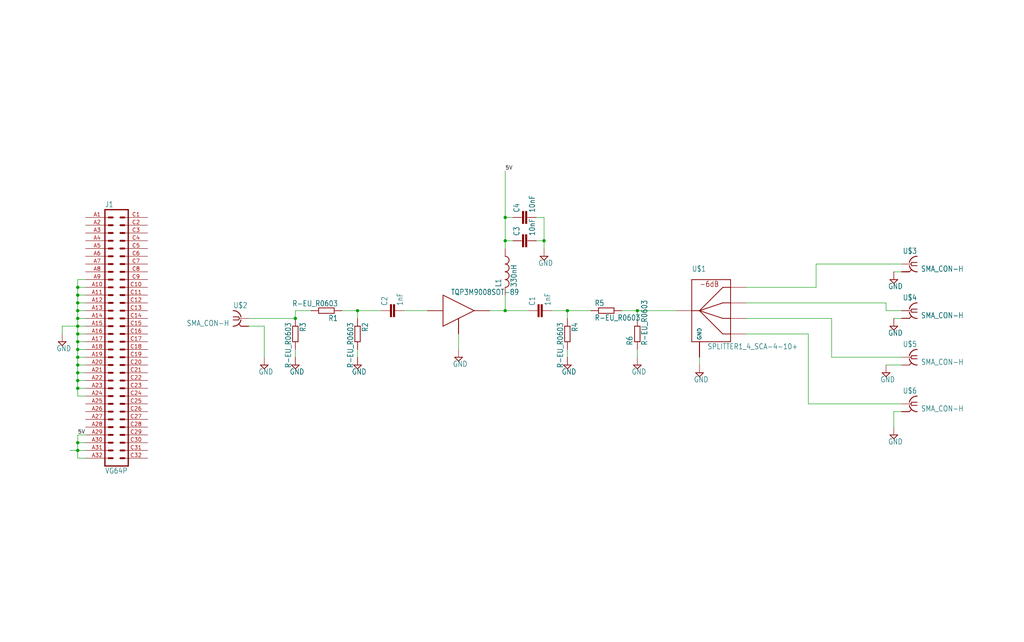
<source format=kicad_sch>
(kicad_sch
	(version 20231120)
	(generator "eeschema")
	(generator_version "8.0")
	(uuid "8a6b07ab-5d6d-4038-a1be-1599dcc22933")
	(paper "User" 334.645 210.007)
	(lib_symbols
		(symbol "RF Splitter active-eagle-import:C-EUC0603"
			(exclude_from_sim no)
			(in_bom yes)
			(on_board yes)
			(property "Reference" "C"
				(at 1.524 0.381 0)
				(effects
					(font
						(size 1.778 1.5113)
					)
					(justify left bottom)
				)
			)
			(property "Value" ""
				(at 1.524 -4.699 0)
				(effects
					(font
						(size 1.778 1.5113)
					)
					(justify left bottom)
				)
			)
			(property "Footprint" "RF Splitter active:C0603"
				(at 0 0 0)
				(effects
					(font
						(size 1.27 1.27)
					)
					(hide yes)
				)
			)
			(property "Datasheet" ""
				(at 0 0 0)
				(effects
					(font
						(size 1.27 1.27)
					)
					(hide yes)
				)
			)
			(property "Description" "CAPACITOR, European symbol"
				(at 0 0 0)
				(effects
					(font
						(size 1.27 1.27)
					)
					(hide yes)
				)
			)
			(property "ki_locked" ""
				(at 0 0 0)
				(effects
					(font
						(size 1.27 1.27)
					)
				)
			)
			(symbol "C-EUC0603_1_0"
				(rectangle
					(start -2.032 -2.032)
					(end 2.032 -1.524)
					(stroke
						(width 0)
						(type default)
					)
					(fill
						(type outline)
					)
				)
				(rectangle
					(start -2.032 -1.016)
					(end 2.032 -0.508)
					(stroke
						(width 0)
						(type default)
					)
					(fill
						(type outline)
					)
				)
				(polyline
					(pts
						(xy 0 -2.54) (xy 0 -2.032)
					)
					(stroke
						(width 0.1524)
						(type solid)
					)
					(fill
						(type none)
					)
				)
				(polyline
					(pts
						(xy 0 0) (xy 0 -0.508)
					)
					(stroke
						(width 0.1524)
						(type solid)
					)
					(fill
						(type none)
					)
				)
				(pin passive line
					(at 0 2.54 270)
					(length 2.54)
					(name "1"
						(effects
							(font
								(size 0 0)
							)
						)
					)
					(number "1"
						(effects
							(font
								(size 0 0)
							)
						)
					)
				)
				(pin passive line
					(at 0 -5.08 90)
					(length 2.54)
					(name "2"
						(effects
							(font
								(size 0 0)
							)
						)
					)
					(number "2"
						(effects
							(font
								(size 0 0)
							)
						)
					)
				)
			)
		)
		(symbol "RF Splitter active-eagle-import:GND"
			(power)
			(exclude_from_sim no)
			(in_bom yes)
			(on_board yes)
			(property "Reference" "#SUPPLY"
				(at 0 0 0)
				(effects
					(font
						(size 1.27 1.27)
					)
					(hide yes)
				)
			)
			(property "Value" ""
				(at -1.905 -3.175 0)
				(effects
					(font
						(size 1.778 1.5113)
					)
					(justify left bottom)
				)
			)
			(property "Footprint" ""
				(at 0 0 0)
				(effects
					(font
						(size 1.27 1.27)
					)
					(hide yes)
				)
			)
			(property "Datasheet" ""
				(at 0 0 0)
				(effects
					(font
						(size 1.27 1.27)
					)
					(hide yes)
				)
			)
			(property "Description" "SUPPLY SYMBOL"
				(at 0 0 0)
				(effects
					(font
						(size 1.27 1.27)
					)
					(hide yes)
				)
			)
			(property "ki_locked" ""
				(at 0 0 0)
				(effects
					(font
						(size 1.27 1.27)
					)
				)
			)
			(symbol "GND_1_0"
				(polyline
					(pts
						(xy -1.27 0) (xy 1.27 0)
					)
					(stroke
						(width 0.254)
						(type solid)
					)
					(fill
						(type none)
					)
				)
				(polyline
					(pts
						(xy 0 -1.27) (xy -1.27 0)
					)
					(stroke
						(width 0.254)
						(type solid)
					)
					(fill
						(type none)
					)
				)
				(polyline
					(pts
						(xy 1.27 0) (xy 0 -1.27)
					)
					(stroke
						(width 0.254)
						(type solid)
					)
					(fill
						(type none)
					)
				)
				(pin power_in line
					(at 0 2.54 270)
					(length 2.54)
					(name "GND"
						(effects
							(font
								(size 0 0)
							)
						)
					)
					(number "1"
						(effects
							(font
								(size 0 0)
							)
						)
					)
				)
			)
		)
		(symbol "RF Splitter active-eagle-import:L-USL2012C"
			(exclude_from_sim no)
			(in_bom yes)
			(on_board yes)
			(property "Reference" "L"
				(at -1.27 -5.08 90)
				(effects
					(font
						(size 1.778 1.5113)
					)
					(justify left bottom)
				)
			)
			(property "Value" ""
				(at 3.81 -5.08 90)
				(effects
					(font
						(size 1.778 1.5113)
					)
					(justify left bottom)
				)
			)
			(property "Footprint" "RF Splitter active:L2012C"
				(at 0 0 0)
				(effects
					(font
						(size 1.27 1.27)
					)
					(hide yes)
				)
			)
			(property "Datasheet" ""
				(at 0 0 0)
				(effects
					(font
						(size 1.27 1.27)
					)
					(hide yes)
				)
			)
			(property "Description" "INDUCTOR, American symbol"
				(at 0 0 0)
				(effects
					(font
						(size 1.27 1.27)
					)
					(hide yes)
				)
			)
			(property "ki_locked" ""
				(at 0 0 0)
				(effects
					(font
						(size 1.27 1.27)
					)
				)
			)
			(symbol "L-USL2012C_1_0"
				(arc
					(start 0 -5.08)
					(mid 0.898 -4.708)
					(end 1.27 -3.81)
					(stroke
						(width 0.254)
						(type solid)
					)
					(fill
						(type none)
					)
				)
				(arc
					(start 0 -2.54)
					(mid 0.898 -2.168)
					(end 1.27 -1.27)
					(stroke
						(width 0.254)
						(type solid)
					)
					(fill
						(type none)
					)
				)
				(arc
					(start 0 0)
					(mid 0.898 0.372)
					(end 1.27 1.27)
					(stroke
						(width 0.254)
						(type solid)
					)
					(fill
						(type none)
					)
				)
				(arc
					(start 0 2.54)
					(mid 0.898 2.912)
					(end 1.27 3.81)
					(stroke
						(width 0.254)
						(type solid)
					)
					(fill
						(type none)
					)
				)
				(arc
					(start 1.27 -3.81)
					(mid 0.898 -2.912)
					(end 0 -2.54)
					(stroke
						(width 0.254)
						(type solid)
					)
					(fill
						(type none)
					)
				)
				(arc
					(start 1.27 -1.27)
					(mid 0.898 -0.372)
					(end 0 0)
					(stroke
						(width 0.254)
						(type solid)
					)
					(fill
						(type none)
					)
				)
				(arc
					(start 1.27 1.27)
					(mid 0.898 2.168)
					(end 0 2.54)
					(stroke
						(width 0.254)
						(type solid)
					)
					(fill
						(type none)
					)
				)
				(arc
					(start 1.27 3.81)
					(mid 0.898 4.708)
					(end 0 5.08)
					(stroke
						(width 0.254)
						(type solid)
					)
					(fill
						(type none)
					)
				)
				(pin passive line
					(at 0 7.62 270)
					(length 2.54)
					(name "1"
						(effects
							(font
								(size 0 0)
							)
						)
					)
					(number "1"
						(effects
							(font
								(size 0 0)
							)
						)
					)
				)
				(pin passive line
					(at 0 -7.62 90)
					(length 2.54)
					(name "2"
						(effects
							(font
								(size 0 0)
							)
						)
					)
					(number "2"
						(effects
							(font
								(size 0 0)
							)
						)
					)
				)
			)
		)
		(symbol "RF Splitter active-eagle-import:R-EU_R0603"
			(exclude_from_sim no)
			(in_bom yes)
			(on_board yes)
			(property "Reference" "R"
				(at -3.81 1.4986 0)
				(effects
					(font
						(size 1.778 1.5113)
					)
					(justify left bottom)
				)
			)
			(property "Value" ""
				(at -3.81 -3.302 0)
				(effects
					(font
						(size 1.778 1.5113)
					)
					(justify left bottom)
				)
			)
			(property "Footprint" "RF Splitter active:R0603"
				(at 0 0 0)
				(effects
					(font
						(size 1.27 1.27)
					)
					(hide yes)
				)
			)
			(property "Datasheet" ""
				(at 0 0 0)
				(effects
					(font
						(size 1.27 1.27)
					)
					(hide yes)
				)
			)
			(property "Description" "RESISTOR, European symbol"
				(at 0 0 0)
				(effects
					(font
						(size 1.27 1.27)
					)
					(hide yes)
				)
			)
			(property "ki_locked" ""
				(at 0 0 0)
				(effects
					(font
						(size 1.27 1.27)
					)
				)
			)
			(symbol "R-EU_R0603_1_0"
				(polyline
					(pts
						(xy -2.54 -0.889) (xy -2.54 0.889)
					)
					(stroke
						(width 0.254)
						(type solid)
					)
					(fill
						(type none)
					)
				)
				(polyline
					(pts
						(xy -2.54 -0.889) (xy 2.54 -0.889)
					)
					(stroke
						(width 0.254)
						(type solid)
					)
					(fill
						(type none)
					)
				)
				(polyline
					(pts
						(xy 2.54 -0.889) (xy 2.54 0.889)
					)
					(stroke
						(width 0.254)
						(type solid)
					)
					(fill
						(type none)
					)
				)
				(polyline
					(pts
						(xy 2.54 0.889) (xy -2.54 0.889)
					)
					(stroke
						(width 0.254)
						(type solid)
					)
					(fill
						(type none)
					)
				)
				(pin passive line
					(at -5.08 0 0)
					(length 2.54)
					(name "1"
						(effects
							(font
								(size 0 0)
							)
						)
					)
					(number "1"
						(effects
							(font
								(size 0 0)
							)
						)
					)
				)
				(pin passive line
					(at 5.08 0 180)
					(length 2.54)
					(name "2"
						(effects
							(font
								(size 0 0)
							)
						)
					)
					(number "2"
						(effects
							(font
								(size 0 0)
							)
						)
					)
				)
			)
		)
		(symbol "RF Splitter active-eagle-import:SMA_CON-H"
			(exclude_from_sim no)
			(in_bom yes)
			(on_board yes)
			(property "Reference" ""
				(at -2.54 3.302 0)
				(effects
					(font
						(size 1.778 1.5113)
					)
					(justify left bottom)
					(hide yes)
				)
			)
			(property "Value" ""
				(at -2.54 -7.62 0)
				(effects
					(font
						(size 1.778 1.5113)
					)
					(justify left bottom)
				)
			)
			(property "Footprint" "RF Splitter active:BU-SMA-H"
				(at 0 0 0)
				(effects
					(font
						(size 1.27 1.27)
					)
					(hide yes)
				)
			)
			(property "Datasheet" ""
				(at 0 0 0)
				(effects
					(font
						(size 1.27 1.27)
					)
					(hide yes)
				)
			)
			(property "Description" ""
				(at 0 0 0)
				(effects
					(font
						(size 1.27 1.27)
					)
					(hide yes)
				)
			)
			(property "ki_locked" ""
				(at 0 0 0)
				(effects
					(font
						(size 1.27 1.27)
					)
				)
			)
			(symbol "SMA_CON-H_1_0"
				(arc
					(start -2.54 -2.54)
					(mid -0.9022 -1.9838)
					(end 0 -0.508)
					(stroke
						(width 0.3048)
						(type solid)
					)
					(fill
						(type none)
					)
				)
				(polyline
					(pts
						(xy -2.54 0.508) (xy -0.762 0.508)
					)
					(stroke
						(width 0.254)
						(type solid)
					)
					(fill
						(type none)
					)
				)
				(polyline
					(pts
						(xy -0.762 -0.508) (xy -2.54 -0.508)
					)
					(stroke
						(width 0.254)
						(type solid)
					)
					(fill
						(type none)
					)
				)
				(polyline
					(pts
						(xy -0.762 0.508) (xy -0.508 0)
					)
					(stroke
						(width 0.254)
						(type solid)
					)
					(fill
						(type none)
					)
				)
				(polyline
					(pts
						(xy -0.508 0) (xy -0.762 -0.508)
					)
					(stroke
						(width 0.254)
						(type solid)
					)
					(fill
						(type none)
					)
				)
				(polyline
					(pts
						(xy 0 -2.54) (xy -0.762 -1.778)
					)
					(stroke
						(width 0.254)
						(type solid)
					)
					(fill
						(type none)
					)
				)
				(polyline
					(pts
						(xy 0 0) (xy -0.508 0)
					)
					(stroke
						(width 0.1524)
						(type solid)
					)
					(fill
						(type none)
					)
				)
				(arc
					(start 0 0.508)
					(mid -0.9022 1.9838)
					(end -2.54 2.54)
					(stroke
						(width 0.3048)
						(type solid)
					)
					(fill
						(type none)
					)
				)
				(pin passive line
					(at 2.54 0 180)
					(length 2.54)
					(name "1"
						(effects
							(font
								(size 0 0)
							)
						)
					)
					(number "1"
						(effects
							(font
								(size 0 0)
							)
						)
					)
				)
				(pin passive line
					(at 2.54 -2.54 180)
					(length 2.54)
					(name "GND@1"
						(effects
							(font
								(size 0 0)
							)
						)
					)
					(number "2"
						(effects
							(font
								(size 0 0)
							)
						)
					)
				)
				(pin passive line
					(at 2.54 -2.54 180)
					(length 2.54)
					(name "GND@1"
						(effects
							(font
								(size 0 0)
							)
						)
					)
					(number "3"
						(effects
							(font
								(size 0 0)
							)
						)
					)
				)
				(pin passive line
					(at 2.54 -2.54 180)
					(length 2.54)
					(name "GND@1"
						(effects
							(font
								(size 0 0)
							)
						)
					)
					(number "4"
						(effects
							(font
								(size 0 0)
							)
						)
					)
				)
				(pin passive line
					(at 2.54 -2.54 180)
					(length 2.54)
					(name "GND@1"
						(effects
							(font
								(size 0 0)
							)
						)
					)
					(number "5"
						(effects
							(font
								(size 0 0)
							)
						)
					)
				)
			)
		)
		(symbol "RF Splitter active-eagle-import:SPLITTER1_4_SCA-4-10+"
			(exclude_from_sim no)
			(in_bom yes)
			(on_board yes)
			(property "Reference" ""
				(at -7.62 12.7 0)
				(effects
					(font
						(size 1.778 1.5113)
					)
					(justify left bottom)
					(hide yes)
				)
			)
			(property "Value" ""
				(at -2.54 -12.7 0)
				(effects
					(font
						(size 1.778 1.5113)
					)
					(justify left bottom)
				)
			)
			(property "Footprint" "RF Splitter active:SCA-4-10+"
				(at 0 0 0)
				(effects
					(font
						(size 1.27 1.27)
					)
					(hide yes)
				)
			)
			(property "Datasheet" ""
				(at 0 0 0)
				(effects
					(font
						(size 1.27 1.27)
					)
					(hide yes)
				)
			)
			(property "Description" "1:4 Splitter Minicircuits"
				(at 0 0 0)
				(effects
					(font
						(size 1.27 1.27)
					)
					(hide yes)
				)
			)
			(property "ki_locked" ""
				(at 0 0 0)
				(effects
					(font
						(size 1.27 1.27)
					)
				)
			)
			(symbol "SPLITTER1_4_SCA-4-10+_1_0"
				(polyline
					(pts
						(xy -7.62 -10.16) (xy 5.08 -10.16)
					)
					(stroke
						(width 0.254)
						(type solid)
					)
					(fill
						(type none)
					)
				)
				(polyline
					(pts
						(xy -7.62 0) (xy -7.62 -10.16)
					)
					(stroke
						(width 0.254)
						(type solid)
					)
					(fill
						(type none)
					)
				)
				(polyline
					(pts
						(xy -7.62 0) (xy -5.08 0)
					)
					(stroke
						(width 0.254)
						(type solid)
					)
					(fill
						(type none)
					)
				)
				(polyline
					(pts
						(xy -7.62 10.16) (xy -7.62 0)
					)
					(stroke
						(width 0.254)
						(type solid)
					)
					(fill
						(type none)
					)
				)
				(polyline
					(pts
						(xy -5.08 0) (xy 2.54 -2.54)
					)
					(stroke
						(width 0.254)
						(type solid)
					)
					(fill
						(type none)
					)
				)
				(polyline
					(pts
						(xy -5.08 0) (xy 2.54 2.54)
					)
					(stroke
						(width 0.254)
						(type solid)
					)
					(fill
						(type none)
					)
				)
				(polyline
					(pts
						(xy 2.54 -7.62) (xy -5.08 0)
					)
					(stroke
						(width 0.254)
						(type solid)
					)
					(fill
						(type none)
					)
				)
				(polyline
					(pts
						(xy 2.54 7.62) (xy -5.08 0)
					)
					(stroke
						(width 0.254)
						(type solid)
					)
					(fill
						(type none)
					)
				)
				(polyline
					(pts
						(xy 5.08 -10.16) (xy 5.08 -7.62)
					)
					(stroke
						(width 0.254)
						(type solid)
					)
					(fill
						(type none)
					)
				)
				(polyline
					(pts
						(xy 5.08 -7.62) (xy 2.54 -7.62)
					)
					(stroke
						(width 0.254)
						(type solid)
					)
					(fill
						(type none)
					)
				)
				(polyline
					(pts
						(xy 5.08 -7.62) (xy 5.08 -2.54)
					)
					(stroke
						(width 0.254)
						(type solid)
					)
					(fill
						(type none)
					)
				)
				(polyline
					(pts
						(xy 5.08 -2.54) (xy 2.54 -2.54)
					)
					(stroke
						(width 0.254)
						(type solid)
					)
					(fill
						(type none)
					)
				)
				(polyline
					(pts
						(xy 5.08 -2.54) (xy 5.08 2.54)
					)
					(stroke
						(width 0.254)
						(type solid)
					)
					(fill
						(type none)
					)
				)
				(polyline
					(pts
						(xy 5.08 2.54) (xy 2.54 2.54)
					)
					(stroke
						(width 0.254)
						(type solid)
					)
					(fill
						(type none)
					)
				)
				(polyline
					(pts
						(xy 5.08 2.54) (xy 5.08 7.62)
					)
					(stroke
						(width 0.254)
						(type solid)
					)
					(fill
						(type none)
					)
				)
				(polyline
					(pts
						(xy 5.08 7.62) (xy 2.54 7.62)
					)
					(stroke
						(width 0.254)
						(type solid)
					)
					(fill
						(type none)
					)
				)
				(polyline
					(pts
						(xy 5.08 7.62) (xy 5.08 10.16)
					)
					(stroke
						(width 0.254)
						(type solid)
					)
					(fill
						(type none)
					)
				)
				(polyline
					(pts
						(xy 5.08 10.16) (xy -7.62 10.16)
					)
					(stroke
						(width 0.254)
						(type solid)
					)
					(fill
						(type none)
					)
				)
				(text "-6dB"
					(at -5.08 7.62 0)
					(effects
						(font
							(size 1.778 1.5113)
						)
						(justify left bottom)
					)
				)
				(pin bidirectional line
					(at -5.08 -15.24 90)
					(length 5.08)
					(name "GND"
						(effects
							(font
								(size 1.27 1.27)
							)
						)
					)
					(number "P$1"
						(effects
							(font
								(size 0 0)
							)
						)
					)
				)
				(pin bidirectional line
					(at 10.16 -7.62 180)
					(length 5.08)
					(name "P$5"
						(effects
							(font
								(size 0 0)
							)
						)
					)
					(number "P$10"
						(effects
							(font
								(size 0 0)
							)
						)
					)
				)
				(pin bidirectional line
					(at -5.08 -15.24 90)
					(length 5.08)
					(name "GND"
						(effects
							(font
								(size 1.27 1.27)
							)
						)
					)
					(number "P$2"
						(effects
							(font
								(size 0 0)
							)
						)
					)
				)
				(pin bidirectional line
					(at -12.7 0 0)
					(length 5.08)
					(name "P$1"
						(effects
							(font
								(size 0 0)
							)
						)
					)
					(number "P$3"
						(effects
							(font
								(size 0 0)
							)
						)
					)
				)
				(pin bidirectional line
					(at -5.08 -15.24 90)
					(length 5.08)
					(name "GND"
						(effects
							(font
								(size 1.27 1.27)
							)
						)
					)
					(number "P$4"
						(effects
							(font
								(size 0 0)
							)
						)
					)
				)
				(pin bidirectional line
					(at -5.08 -15.24 90)
					(length 5.08)
					(name "GND"
						(effects
							(font
								(size 1.27 1.27)
							)
						)
					)
					(number "P$5"
						(effects
							(font
								(size 0 0)
							)
						)
					)
				)
				(pin bidirectional line
					(at 10.16 7.62 180)
					(length 5.08)
					(name "P$2"
						(effects
							(font
								(size 0 0)
							)
						)
					)
					(number "P$6"
						(effects
							(font
								(size 0 0)
							)
						)
					)
				)
				(pin bidirectional line
					(at 10.16 2.54 180)
					(length 5.08)
					(name "P$3"
						(effects
							(font
								(size 0 0)
							)
						)
					)
					(number "P$7"
						(effects
							(font
								(size 0 0)
							)
						)
					)
				)
				(pin bidirectional line
					(at -5.08 -15.24 90)
					(length 5.08)
					(name "GND"
						(effects
							(font
								(size 1.27 1.27)
							)
						)
					)
					(number "P$8"
						(effects
							(font
								(size 0 0)
							)
						)
					)
				)
				(pin bidirectional line
					(at 10.16 -2.54 180)
					(length 5.08)
					(name "P$4"
						(effects
							(font
								(size 0 0)
							)
						)
					)
					(number "P$9"
						(effects
							(font
								(size 0 0)
							)
						)
					)
				)
			)
		)
		(symbol "RF Splitter active-eagle-import:TQP3M9008SOT-89"
			(exclude_from_sim no)
			(in_bom yes)
			(on_board yes)
			(property "Reference" ""
				(at 0 0 0)
				(effects
					(font
						(size 1.27 1.27)
					)
					(hide yes)
				)
			)
			(property "Value" ""
				(at 0 5.08 0)
				(effects
					(font
						(size 1.778 1.5113)
					)
					(justify left bottom)
				)
			)
			(property "Footprint" "RF Splitter active:SOT89"
				(at 0 0 0)
				(effects
					(font
						(size 1.27 1.27)
					)
					(hide yes)
				)
			)
			(property "Datasheet" ""
				(at 0 0 0)
				(effects
					(font
						(size 1.27 1.27)
					)
					(hide yes)
				)
			)
			(property "Description" ""
				(at 0 0 0)
				(effects
					(font
						(size 1.27 1.27)
					)
					(hide yes)
				)
			)
			(property "ki_locked" ""
				(at 0 0 0)
				(effects
					(font
						(size 1.27 1.27)
					)
				)
			)
			(symbol "TQP3M9008SOT-89_1_0"
				(polyline
					(pts
						(xy -2.54 5.08) (xy -2.54 -5.08)
					)
					(stroke
						(width 0.254)
						(type solid)
					)
					(fill
						(type none)
					)
				)
				(polyline
					(pts
						(xy -2.54 5.08) (xy 7.62 0)
					)
					(stroke
						(width 0.254)
						(type solid)
					)
					(fill
						(type none)
					)
				)
				(polyline
					(pts
						(xy 7.62 0) (xy -2.54 -5.08)
					)
					(stroke
						(width 0.254)
						(type solid)
					)
					(fill
						(type none)
					)
				)
				(pin bidirectional line
					(at -7.62 0 0)
					(length 5.08)
					(name "IN"
						(effects
							(font
								(size 0 0)
							)
						)
					)
					(number "1"
						(effects
							(font
								(size 0 0)
							)
						)
					)
				)
				(pin bidirectional line
					(at 2.54 -7.62 90)
					(length 5.08)
					(name "GND"
						(effects
							(font
								(size 0 0)
							)
						)
					)
					(number "2"
						(effects
							(font
								(size 0 0)
							)
						)
					)
				)
				(pin bidirectional line
					(at 2.54 -7.62 90)
					(length 5.08)
					(name "GND"
						(effects
							(font
								(size 0 0)
							)
						)
					)
					(number "2@1"
						(effects
							(font
								(size 0 0)
							)
						)
					)
				)
				(pin bidirectional line
					(at 12.7 0 180)
					(length 5.08)
					(name "OUT"
						(effects
							(font
								(size 0 0)
							)
						)
					)
					(number "3"
						(effects
							(font
								(size 0 0)
							)
						)
					)
				)
			)
		)
		(symbol "RF Splitter active-eagle-import:VG64P"
			(exclude_from_sim no)
			(in_bom yes)
			(on_board yes)
			(property "Reference" "J"
				(at -3.81 41.402 0)
				(effects
					(font
						(size 1.778 1.5113)
					)
					(justify left bottom)
				)
			)
			(property "Value" ""
				(at -3.81 -45.72 0)
				(effects
					(font
						(size 1.778 1.5113)
					)
					(justify left bottom)
				)
			)
			(property "Footprint" "RF Splitter active:VG64P"
				(at 0 0 0)
				(effects
					(font
						(size 1.27 1.27)
					)
					(hide yes)
				)
			)
			(property "Datasheet" ""
				(at 0 0 0)
				(effects
					(font
						(size 1.27 1.27)
					)
					(hide yes)
				)
			)
			(property "Description" "PCB\n\nEUROCARD, 64-pin type C/AC, 2.54 mm"
				(at 0 0 0)
				(effects
					(font
						(size 1.27 1.27)
					)
					(hide yes)
				)
			)
			(property "ki_locked" ""
				(at 0 0 0)
				(effects
					(font
						(size 1.27 1.27)
					)
				)
			)
			(symbol "VG64P_1_0"
				(polyline
					(pts
						(xy -3.81 40.64) (xy -3.81 -43.18)
					)
					(stroke
						(width 0.4064)
						(type solid)
					)
					(fill
						(type none)
					)
				)
				(polyline
					(pts
						(xy -3.81 40.64) (xy 3.81 40.64)
					)
					(stroke
						(width 0.4064)
						(type solid)
					)
					(fill
						(type none)
					)
				)
				(polyline
					(pts
						(xy -2.54 -40.64) (xy -1.27 -40.64)
					)
					(stroke
						(width 0.6096)
						(type solid)
					)
					(fill
						(type none)
					)
				)
				(polyline
					(pts
						(xy -2.54 -38.1) (xy -1.27 -38.1)
					)
					(stroke
						(width 0.6096)
						(type solid)
					)
					(fill
						(type none)
					)
				)
				(polyline
					(pts
						(xy -2.54 -35.56) (xy -1.27 -35.56)
					)
					(stroke
						(width 0.6096)
						(type solid)
					)
					(fill
						(type none)
					)
				)
				(polyline
					(pts
						(xy -2.54 -33.02) (xy -1.27 -33.02)
					)
					(stroke
						(width 0.6096)
						(type solid)
					)
					(fill
						(type none)
					)
				)
				(polyline
					(pts
						(xy -2.54 -30.48) (xy -1.27 -30.48)
					)
					(stroke
						(width 0.6096)
						(type solid)
					)
					(fill
						(type none)
					)
				)
				(polyline
					(pts
						(xy -2.54 -27.94) (xy -1.27 -27.94)
					)
					(stroke
						(width 0.6096)
						(type solid)
					)
					(fill
						(type none)
					)
				)
				(polyline
					(pts
						(xy -2.54 -25.4) (xy -1.27 -25.4)
					)
					(stroke
						(width 0.6096)
						(type solid)
					)
					(fill
						(type none)
					)
				)
				(polyline
					(pts
						(xy -2.54 -22.86) (xy -1.27 -22.86)
					)
					(stroke
						(width 0.6096)
						(type solid)
					)
					(fill
						(type none)
					)
				)
				(polyline
					(pts
						(xy -2.54 -20.32) (xy -1.27 -20.32)
					)
					(stroke
						(width 0.6096)
						(type solid)
					)
					(fill
						(type none)
					)
				)
				(polyline
					(pts
						(xy -2.54 -17.78) (xy -1.27 -17.78)
					)
					(stroke
						(width 0.6096)
						(type solid)
					)
					(fill
						(type none)
					)
				)
				(polyline
					(pts
						(xy -2.54 -15.24) (xy -1.27 -15.24)
					)
					(stroke
						(width 0.6096)
						(type solid)
					)
					(fill
						(type none)
					)
				)
				(polyline
					(pts
						(xy -2.54 -12.7) (xy -1.27 -12.7)
					)
					(stroke
						(width 0.6096)
						(type solid)
					)
					(fill
						(type none)
					)
				)
				(polyline
					(pts
						(xy -2.54 -10.16) (xy -1.27 -10.16)
					)
					(stroke
						(width 0.6096)
						(type solid)
					)
					(fill
						(type none)
					)
				)
				(polyline
					(pts
						(xy -2.54 -7.62) (xy -1.27 -7.62)
					)
					(stroke
						(width 0.6096)
						(type solid)
					)
					(fill
						(type none)
					)
				)
				(polyline
					(pts
						(xy -2.54 -5.08) (xy -1.27 -5.08)
					)
					(stroke
						(width 0.6096)
						(type solid)
					)
					(fill
						(type none)
					)
				)
				(polyline
					(pts
						(xy -2.54 -2.54) (xy -1.27 -2.54)
					)
					(stroke
						(width 0.6096)
						(type solid)
					)
					(fill
						(type none)
					)
				)
				(polyline
					(pts
						(xy -2.54 0) (xy -1.27 0)
					)
					(stroke
						(width 0.6096)
						(type solid)
					)
					(fill
						(type none)
					)
				)
				(polyline
					(pts
						(xy -2.54 2.54) (xy -1.27 2.54)
					)
					(stroke
						(width 0.6096)
						(type solid)
					)
					(fill
						(type none)
					)
				)
				(polyline
					(pts
						(xy -2.54 5.08) (xy -1.27 5.08)
					)
					(stroke
						(width 0.6096)
						(type solid)
					)
					(fill
						(type none)
					)
				)
				(polyline
					(pts
						(xy -2.54 7.62) (xy -1.27 7.62)
					)
					(stroke
						(width 0.6096)
						(type solid)
					)
					(fill
						(type none)
					)
				)
				(polyline
					(pts
						(xy -2.54 10.16) (xy -1.27 10.16)
					)
					(stroke
						(width 0.6096)
						(type solid)
					)
					(fill
						(type none)
					)
				)
				(polyline
					(pts
						(xy -2.54 12.7) (xy -1.27 12.7)
					)
					(stroke
						(width 0.6096)
						(type solid)
					)
					(fill
						(type none)
					)
				)
				(polyline
					(pts
						(xy -2.54 15.24) (xy -1.27 15.24)
					)
					(stroke
						(width 0.6096)
						(type solid)
					)
					(fill
						(type none)
					)
				)
				(polyline
					(pts
						(xy -2.54 17.78) (xy -1.27 17.78)
					)
					(stroke
						(width 0.6096)
						(type solid)
					)
					(fill
						(type none)
					)
				)
				(polyline
					(pts
						(xy -2.54 20.32) (xy -1.27 20.32)
					)
					(stroke
						(width 0.6096)
						(type solid)
					)
					(fill
						(type none)
					)
				)
				(polyline
					(pts
						(xy -2.54 22.86) (xy -1.27 22.86)
					)
					(stroke
						(width 0.6096)
						(type solid)
					)
					(fill
						(type none)
					)
				)
				(polyline
					(pts
						(xy -2.54 25.4) (xy -1.27 25.4)
					)
					(stroke
						(width 0.6096)
						(type solid)
					)
					(fill
						(type none)
					)
				)
				(polyline
					(pts
						(xy -2.54 27.94) (xy -1.27 27.94)
					)
					(stroke
						(width 0.6096)
						(type solid)
					)
					(fill
						(type none)
					)
				)
				(polyline
					(pts
						(xy -2.54 30.48) (xy -1.27 30.48)
					)
					(stroke
						(width 0.6096)
						(type solid)
					)
					(fill
						(type none)
					)
				)
				(polyline
					(pts
						(xy -2.54 33.02) (xy -1.27 33.02)
					)
					(stroke
						(width 0.6096)
						(type solid)
					)
					(fill
						(type none)
					)
				)
				(polyline
					(pts
						(xy -2.54 35.56) (xy -1.27 35.56)
					)
					(stroke
						(width 0.6096)
						(type solid)
					)
					(fill
						(type none)
					)
				)
				(polyline
					(pts
						(xy -2.54 38.1) (xy -1.27 38.1)
					)
					(stroke
						(width 0.6096)
						(type solid)
					)
					(fill
						(type none)
					)
				)
				(polyline
					(pts
						(xy 1.27 -40.64) (xy 2.54 -40.64)
					)
					(stroke
						(width 0.6096)
						(type solid)
					)
					(fill
						(type none)
					)
				)
				(polyline
					(pts
						(xy 1.27 -38.1) (xy 2.54 -38.1)
					)
					(stroke
						(width 0.6096)
						(type solid)
					)
					(fill
						(type none)
					)
				)
				(polyline
					(pts
						(xy 1.27 -35.56) (xy 2.54 -35.56)
					)
					(stroke
						(width 0.6096)
						(type solid)
					)
					(fill
						(type none)
					)
				)
				(polyline
					(pts
						(xy 1.27 -33.02) (xy 2.54 -33.02)
					)
					(stroke
						(width 0.6096)
						(type solid)
					)
					(fill
						(type none)
					)
				)
				(polyline
					(pts
						(xy 1.27 -30.48) (xy 2.54 -30.48)
					)
					(stroke
						(width 0.6096)
						(type solid)
					)
					(fill
						(type none)
					)
				)
				(polyline
					(pts
						(xy 1.27 -27.94) (xy 2.54 -27.94)
					)
					(stroke
						(width 0.6096)
						(type solid)
					)
					(fill
						(type none)
					)
				)
				(polyline
					(pts
						(xy 1.27 -25.4) (xy 2.54 -25.4)
					)
					(stroke
						(width 0.6096)
						(type solid)
					)
					(fill
						(type none)
					)
				)
				(polyline
					(pts
						(xy 1.27 -22.86) (xy 2.54 -22.86)
					)
					(stroke
						(width 0.6096)
						(type solid)
					)
					(fill
						(type none)
					)
				)
				(polyline
					(pts
						(xy 1.27 -20.32) (xy 2.54 -20.32)
					)
					(stroke
						(width 0.6096)
						(type solid)
					)
					(fill
						(type none)
					)
				)
				(polyline
					(pts
						(xy 1.27 -17.78) (xy 2.54 -17.78)
					)
					(stroke
						(width 0.6096)
						(type solid)
					)
					(fill
						(type none)
					)
				)
				(polyline
					(pts
						(xy 1.27 -15.24) (xy 2.54 -15.24)
					)
					(stroke
						(width 0.6096)
						(type solid)
					)
					(fill
						(type none)
					)
				)
				(polyline
					(pts
						(xy 1.27 -12.7) (xy 2.54 -12.7)
					)
					(stroke
						(width 0.6096)
						(type solid)
					)
					(fill
						(type none)
					)
				)
				(polyline
					(pts
						(xy 1.27 -10.16) (xy 2.54 -10.16)
					)
					(stroke
						(width 0.6096)
						(type solid)
					)
					(fill
						(type none)
					)
				)
				(polyline
					(pts
						(xy 1.27 -7.62) (xy 2.54 -7.62)
					)
					(stroke
						(width 0.6096)
						(type solid)
					)
					(fill
						(type none)
					)
				)
				(polyline
					(pts
						(xy 1.27 -5.08) (xy 2.54 -5.08)
					)
					(stroke
						(width 0.6096)
						(type solid)
					)
					(fill
						(type none)
					)
				)
				(polyline
					(pts
						(xy 1.27 -2.54) (xy 2.54 -2.54)
					)
					(stroke
						(width 0.6096)
						(type solid)
					)
					(fill
						(type none)
					)
				)
				(polyline
					(pts
						(xy 1.27 0) (xy 2.54 0)
					)
					(stroke
						(width 0.6096)
						(type solid)
					)
					(fill
						(type none)
					)
				)
				(polyline
					(pts
						(xy 1.27 2.54) (xy 2.54 2.54)
					)
					(stroke
						(width 0.6096)
						(type solid)
					)
					(fill
						(type none)
					)
				)
				(polyline
					(pts
						(xy 1.27 5.08) (xy 2.54 5.08)
					)
					(stroke
						(width 0.6096)
						(type solid)
					)
					(fill
						(type none)
					)
				)
				(polyline
					(pts
						(xy 1.27 7.62) (xy 2.54 7.62)
					)
					(stroke
						(width 0.6096)
						(type solid)
					)
					(fill
						(type none)
					)
				)
				(polyline
					(pts
						(xy 1.27 10.16) (xy 2.54 10.16)
					)
					(stroke
						(width 0.6096)
						(type solid)
					)
					(fill
						(type none)
					)
				)
				(polyline
					(pts
						(xy 1.27 12.7) (xy 2.54 12.7)
					)
					(stroke
						(width 0.6096)
						(type solid)
					)
					(fill
						(type none)
					)
				)
				(polyline
					(pts
						(xy 1.27 15.24) (xy 2.54 15.24)
					)
					(stroke
						(width 0.6096)
						(type solid)
					)
					(fill
						(type none)
					)
				)
				(polyline
					(pts
						(xy 1.27 17.78) (xy 2.54 17.78)
					)
					(stroke
						(width 0.6096)
						(type solid)
					)
					(fill
						(type none)
					)
				)
				(polyline
					(pts
						(xy 1.27 20.32) (xy 2.54 20.32)
					)
					(stroke
						(width 0.6096)
						(type solid)
					)
					(fill
						(type none)
					)
				)
				(polyline
					(pts
						(xy 1.27 22.86) (xy 2.54 22.86)
					)
					(stroke
						(width 0.6096)
						(type solid)
					)
					(fill
						(type none)
					)
				)
				(polyline
					(pts
						(xy 1.27 25.4) (xy 2.54 25.4)
					)
					(stroke
						(width 0.6096)
						(type solid)
					)
					(fill
						(type none)
					)
				)
				(polyline
					(pts
						(xy 1.27 27.94) (xy 2.54 27.94)
					)
					(stroke
						(width 0.6096)
						(type solid)
					)
					(fill
						(type none)
					)
				)
				(polyline
					(pts
						(xy 1.27 30.48) (xy 2.54 30.48)
					)
					(stroke
						(width 0.6096)
						(type solid)
					)
					(fill
						(type none)
					)
				)
				(polyline
					(pts
						(xy 1.27 33.02) (xy 2.54 33.02)
					)
					(stroke
						(width 0.6096)
						(type solid)
					)
					(fill
						(type none)
					)
				)
				(polyline
					(pts
						(xy 1.27 35.56) (xy 2.54 35.56)
					)
					(stroke
						(width 0.6096)
						(type solid)
					)
					(fill
						(type none)
					)
				)
				(polyline
					(pts
						(xy 1.27 38.1) (xy 2.54 38.1)
					)
					(stroke
						(width 0.6096)
						(type solid)
					)
					(fill
						(type none)
					)
				)
				(polyline
					(pts
						(xy 3.81 -43.18) (xy -3.81 -43.18)
					)
					(stroke
						(width 0.4064)
						(type solid)
					)
					(fill
						(type none)
					)
				)
				(polyline
					(pts
						(xy 3.81 -43.18) (xy 3.81 40.64)
					)
					(stroke
						(width 0.4064)
						(type solid)
					)
					(fill
						(type none)
					)
				)
				(pin passive line
					(at -10.16 38.1 0)
					(length 7.62)
					(name "A1"
						(effects
							(font
								(size 0 0)
							)
						)
					)
					(number "A1"
						(effects
							(font
								(size 1.27 1.27)
							)
						)
					)
				)
				(pin passive line
					(at -10.16 15.24 0)
					(length 7.62)
					(name "A10"
						(effects
							(font
								(size 0 0)
							)
						)
					)
					(number "A10"
						(effects
							(font
								(size 1.27 1.27)
							)
						)
					)
				)
				(pin passive line
					(at -10.16 12.7 0)
					(length 7.62)
					(name "A11"
						(effects
							(font
								(size 0 0)
							)
						)
					)
					(number "A11"
						(effects
							(font
								(size 1.27 1.27)
							)
						)
					)
				)
				(pin passive line
					(at -10.16 10.16 0)
					(length 7.62)
					(name "A12"
						(effects
							(font
								(size 0 0)
							)
						)
					)
					(number "A12"
						(effects
							(font
								(size 1.27 1.27)
							)
						)
					)
				)
				(pin passive line
					(at -10.16 7.62 0)
					(length 7.62)
					(name "A13"
						(effects
							(font
								(size 0 0)
							)
						)
					)
					(number "A13"
						(effects
							(font
								(size 1.27 1.27)
							)
						)
					)
				)
				(pin passive line
					(at -10.16 5.08 0)
					(length 7.62)
					(name "A14"
						(effects
							(font
								(size 0 0)
							)
						)
					)
					(number "A14"
						(effects
							(font
								(size 1.27 1.27)
							)
						)
					)
				)
				(pin passive line
					(at -10.16 2.54 0)
					(length 7.62)
					(name "A15"
						(effects
							(font
								(size 0 0)
							)
						)
					)
					(number "A15"
						(effects
							(font
								(size 1.27 1.27)
							)
						)
					)
				)
				(pin passive line
					(at -10.16 0 0)
					(length 7.62)
					(name "A16"
						(effects
							(font
								(size 0 0)
							)
						)
					)
					(number "A16"
						(effects
							(font
								(size 1.27 1.27)
							)
						)
					)
				)
				(pin passive line
					(at -10.16 -2.54 0)
					(length 7.62)
					(name "A17"
						(effects
							(font
								(size 0 0)
							)
						)
					)
					(number "A17"
						(effects
							(font
								(size 1.27 1.27)
							)
						)
					)
				)
				(pin passive line
					(at -10.16 -5.08 0)
					(length 7.62)
					(name "A18"
						(effects
							(font
								(size 0 0)
							)
						)
					)
					(number "A18"
						(effects
							(font
								(size 1.27 1.27)
							)
						)
					)
				)
				(pin passive line
					(at -10.16 -7.62 0)
					(length 7.62)
					(name "A19"
						(effects
							(font
								(size 0 0)
							)
						)
					)
					(number "A19"
						(effects
							(font
								(size 1.27 1.27)
							)
						)
					)
				)
				(pin passive line
					(at -10.16 35.56 0)
					(length 7.62)
					(name "A2"
						(effects
							(font
								(size 0 0)
							)
						)
					)
					(number "A2"
						(effects
							(font
								(size 1.27 1.27)
							)
						)
					)
				)
				(pin passive line
					(at -10.16 -10.16 0)
					(length 7.62)
					(name "A20"
						(effects
							(font
								(size 0 0)
							)
						)
					)
					(number "A20"
						(effects
							(font
								(size 1.27 1.27)
							)
						)
					)
				)
				(pin passive line
					(at -10.16 -12.7 0)
					(length 7.62)
					(name "A21"
						(effects
							(font
								(size 0 0)
							)
						)
					)
					(number "A21"
						(effects
							(font
								(size 1.27 1.27)
							)
						)
					)
				)
				(pin passive line
					(at -10.16 -15.24 0)
					(length 7.62)
					(name "A22"
						(effects
							(font
								(size 0 0)
							)
						)
					)
					(number "A22"
						(effects
							(font
								(size 1.27 1.27)
							)
						)
					)
				)
				(pin passive line
					(at -10.16 -17.78 0)
					(length 7.62)
					(name "A23"
						(effects
							(font
								(size 0 0)
							)
						)
					)
					(number "A23"
						(effects
							(font
								(size 1.27 1.27)
							)
						)
					)
				)
				(pin passive line
					(at -10.16 -20.32 0)
					(length 7.62)
					(name "A24"
						(effects
							(font
								(size 0 0)
							)
						)
					)
					(number "A24"
						(effects
							(font
								(size 1.27 1.27)
							)
						)
					)
				)
				(pin passive line
					(at -10.16 -22.86 0)
					(length 7.62)
					(name "A25"
						(effects
							(font
								(size 0 0)
							)
						)
					)
					(number "A25"
						(effects
							(font
								(size 1.27 1.27)
							)
						)
					)
				)
				(pin passive line
					(at -10.16 -25.4 0)
					(length 7.62)
					(name "A26"
						(effects
							(font
								(size 0 0)
							)
						)
					)
					(number "A26"
						(effects
							(font
								(size 1.27 1.27)
							)
						)
					)
				)
				(pin passive line
					(at -10.16 -27.94 0)
					(length 7.62)
					(name "A27"
						(effects
							(font
								(size 0 0)
							)
						)
					)
					(number "A27"
						(effects
							(font
								(size 1.27 1.27)
							)
						)
					)
				)
				(pin passive line
					(at -10.16 -30.48 0)
					(length 7.62)
					(name "A28"
						(effects
							(font
								(size 0 0)
							)
						)
					)
					(number "A28"
						(effects
							(font
								(size 1.27 1.27)
							)
						)
					)
				)
				(pin passive line
					(at -10.16 -33.02 0)
					(length 7.62)
					(name "A29"
						(effects
							(font
								(size 0 0)
							)
						)
					)
					(number "A29"
						(effects
							(font
								(size 1.27 1.27)
							)
						)
					)
				)
				(pin passive line
					(at -10.16 33.02 0)
					(length 7.62)
					(name "A3"
						(effects
							(font
								(size 0 0)
							)
						)
					)
					(number "A3"
						(effects
							(font
								(size 1.27 1.27)
							)
						)
					)
				)
				(pin passive line
					(at -10.16 -35.56 0)
					(length 7.62)
					(name "A30"
						(effects
							(font
								(size 0 0)
							)
						)
					)
					(number "A30"
						(effects
							(font
								(size 1.27 1.27)
							)
						)
					)
				)
				(pin passive line
					(at -10.16 -38.1 0)
					(length 7.62)
					(name "A31"
						(effects
							(font
								(size 0 0)
							)
						)
					)
					(number "A31"
						(effects
							(font
								(size 1.27 1.27)
							)
						)
					)
				)
				(pin passive line
					(at -10.16 -40.64 0)
					(length 7.62)
					(name "A32"
						(effects
							(font
								(size 0 0)
							)
						)
					)
					(number "A32"
						(effects
							(font
								(size 1.27 1.27)
							)
						)
					)
				)
				(pin passive line
					(at -10.16 30.48 0)
					(length 7.62)
					(name "A4"
						(effects
							(font
								(size 0 0)
							)
						)
					)
					(number "A4"
						(effects
							(font
								(size 1.27 1.27)
							)
						)
					)
				)
				(pin passive line
					(at -10.16 27.94 0)
					(length 7.62)
					(name "A5"
						(effects
							(font
								(size 0 0)
							)
						)
					)
					(number "A5"
						(effects
							(font
								(size 1.27 1.27)
							)
						)
					)
				)
				(pin passive line
					(at -10.16 25.4 0)
					(length 7.62)
					(name "A6"
						(effects
							(font
								(size 0 0)
							)
						)
					)
					(number "A6"
						(effects
							(font
								(size 1.27 1.27)
							)
						)
					)
				)
				(pin passive line
					(at -10.16 22.86 0)
					(length 7.62)
					(name "A7"
						(effects
							(font
								(size 0 0)
							)
						)
					)
					(number "A7"
						(effects
							(font
								(size 1.27 1.27)
							)
						)
					)
				)
				(pin passive line
					(at -10.16 20.32 0)
					(length 7.62)
					(name "A8"
						(effects
							(font
								(size 0 0)
							)
						)
					)
					(number "A8"
						(effects
							(font
								(size 1.27 1.27)
							)
						)
					)
				)
				(pin passive line
					(at -10.16 17.78 0)
					(length 7.62)
					(name "A9"
						(effects
							(font
								(size 0 0)
							)
						)
					)
					(number "A9"
						(effects
							(font
								(size 1.27 1.27)
							)
						)
					)
				)
				(pin passive line
					(at 10.16 38.1 180)
					(length 7.62)
					(name "C1"
						(effects
							(font
								(size 0 0)
							)
						)
					)
					(number "C1"
						(effects
							(font
								(size 1.27 1.27)
							)
						)
					)
				)
				(pin passive line
					(at 10.16 15.24 180)
					(length 7.62)
					(name "C10"
						(effects
							(font
								(size 0 0)
							)
						)
					)
					(number "C10"
						(effects
							(font
								(size 1.27 1.27)
							)
						)
					)
				)
				(pin passive line
					(at 10.16 12.7 180)
					(length 7.62)
					(name "C11"
						(effects
							(font
								(size 0 0)
							)
						)
					)
					(number "C11"
						(effects
							(font
								(size 1.27 1.27)
							)
						)
					)
				)
				(pin passive line
					(at 10.16 10.16 180)
					(length 7.62)
					(name "C12"
						(effects
							(font
								(size 0 0)
							)
						)
					)
					(number "C12"
						(effects
							(font
								(size 1.27 1.27)
							)
						)
					)
				)
				(pin passive line
					(at 10.16 7.62 180)
					(length 7.62)
					(name "C13"
						(effects
							(font
								(size 0 0)
							)
						)
					)
					(number "C13"
						(effects
							(font
								(size 1.27 1.27)
							)
						)
					)
				)
				(pin passive line
					(at 10.16 5.08 180)
					(length 7.62)
					(name "C14"
						(effects
							(font
								(size 0 0)
							)
						)
					)
					(number "C14"
						(effects
							(font
								(size 1.27 1.27)
							)
						)
					)
				)
				(pin passive line
					(at 10.16 2.54 180)
					(length 7.62)
					(name "C15"
						(effects
							(font
								(size 0 0)
							)
						)
					)
					(number "C15"
						(effects
							(font
								(size 1.27 1.27)
							)
						)
					)
				)
				(pin passive line
					(at 10.16 0 180)
					(length 7.62)
					(name "C16"
						(effects
							(font
								(size 0 0)
							)
						)
					)
					(number "C16"
						(effects
							(font
								(size 1.27 1.27)
							)
						)
					)
				)
				(pin passive line
					(at 10.16 -2.54 180)
					(length 7.62)
					(name "C17"
						(effects
							(font
								(size 0 0)
							)
						)
					)
					(number "C17"
						(effects
							(font
								(size 1.27 1.27)
							)
						)
					)
				)
				(pin passive line
					(at 10.16 -5.08 180)
					(length 7.62)
					(name "C18"
						(effects
							(font
								(size 0 0)
							)
						)
					)
					(number "C18"
						(effects
							(font
								(size 1.27 1.27)
							)
						)
					)
				)
				(pin passive line
					(at 10.16 -7.62 180)
					(length 7.62)
					(name "C19"
						(effects
							(font
								(size 0 0)
							)
						)
					)
					(number "C19"
						(effects
							(font
								(size 1.27 1.27)
							)
						)
					)
				)
				(pin passive line
					(at 10.16 35.56 180)
					(length 7.62)
					(name "C2"
						(effects
							(font
								(size 0 0)
							)
						)
					)
					(number "C2"
						(effects
							(font
								(size 1.27 1.27)
							)
						)
					)
				)
				(pin passive line
					(at 10.16 -10.16 180)
					(length 7.62)
					(name "C20"
						(effects
							(font
								(size 0 0)
							)
						)
					)
					(number "C20"
						(effects
							(font
								(size 1.27 1.27)
							)
						)
					)
				)
				(pin passive line
					(at 10.16 -12.7 180)
					(length 7.62)
					(name "C21"
						(effects
							(font
								(size 0 0)
							)
						)
					)
					(number "C21"
						(effects
							(font
								(size 1.27 1.27)
							)
						)
					)
				)
				(pin passive line
					(at 10.16 -15.24 180)
					(length 7.62)
					(name "C22"
						(effects
							(font
								(size 0 0)
							)
						)
					)
					(number "C22"
						(effects
							(font
								(size 1.27 1.27)
							)
						)
					)
				)
				(pin passive line
					(at 10.16 -17.78 180)
					(length 7.62)
					(name "C23"
						(effects
							(font
								(size 0 0)
							)
						)
					)
					(number "C23"
						(effects
							(font
								(size 1.27 1.27)
							)
						)
					)
				)
				(pin passive line
					(at 10.16 -20.32 180)
					(length 7.62)
					(name "C24"
						(effects
							(font
								(size 0 0)
							)
						)
					)
					(number "C24"
						(effects
							(font
								(size 1.27 1.27)
							)
						)
					)
				)
				(pin passive line
					(at 10.16 -22.86 180)
					(length 7.62)
					(name "C25"
						(effects
							(font
								(size 0 0)
							)
						)
					)
					(number "C25"
						(effects
							(font
								(size 1.27 1.27)
							)
						)
					)
				)
				(pin passive line
					(at 10.16 -25.4 180)
					(length 7.62)
					(name "C26"
						(effects
							(font
								(size 0 0)
							)
						)
					)
					(number "C26"
						(effects
							(font
								(size 1.27 1.27)
							)
						)
					)
				)
				(pin passive line
					(at 10.16 -27.94 180)
					(length 7.62)
					(name "C27"
						(effects
							(font
								(size 0 0)
							)
						)
					)
					(number "C27"
						(effects
							(font
								(size 1.27 1.27)
							)
						)
					)
				)
				(pin passive line
					(at 10.16 -30.48 180)
					(length 7.62)
					(name "C28"
						(effects
							(font
								(size 0 0)
							)
						)
					)
					(number "C28"
						(effects
							(font
								(size 1.27 1.27)
							)
						)
					)
				)
				(pin passive line
					(at 10.16 -33.02 180)
					(length 7.62)
					(name "C29"
						(effects
							(font
								(size 0 0)
							)
						)
					)
					(number "C29"
						(effects
							(font
								(size 1.27 1.27)
							)
						)
					)
				)
				(pin passive line
					(at 10.16 33.02 180)
					(length 7.62)
					(name "C3"
						(effects
							(font
								(size 0 0)
							)
						)
					)
					(number "C3"
						(effects
							(font
								(size 1.27 1.27)
							)
						)
					)
				)
				(pin passive line
					(at 10.16 -35.56 180)
					(length 7.62)
					(name "C30"
						(effects
							(font
								(size 0 0)
							)
						)
					)
					(number "C30"
						(effects
							(font
								(size 1.27 1.27)
							)
						)
					)
				)
				(pin passive line
					(at 10.16 -38.1 180)
					(length 7.62)
					(name "C31"
						(effects
							(font
								(size 0 0)
							)
						)
					)
					(number "C31"
						(effects
							(font
								(size 1.27 1.27)
							)
						)
					)
				)
				(pin passive line
					(at 10.16 -40.64 180)
					(length 7.62)
					(name "C32"
						(effects
							(font
								(size 0 0)
							)
						)
					)
					(number "C32"
						(effects
							(font
								(size 1.27 1.27)
							)
						)
					)
				)
				(pin passive line
					(at 10.16 30.48 180)
					(length 7.62)
					(name "C4"
						(effects
							(font
								(size 0 0)
							)
						)
					)
					(number "C4"
						(effects
							(font
								(size 1.27 1.27)
							)
						)
					)
				)
				(pin passive line
					(at 10.16 27.94 180)
					(length 7.62)
					(name "C5"
						(effects
							(font
								(size 0 0)
							)
						)
					)
					(number "C5"
						(effects
							(font
								(size 1.27 1.27)
							)
						)
					)
				)
				(pin passive line
					(at 10.16 25.4 180)
					(length 7.62)
					(name "C6"
						(effects
							(font
								(size 0 0)
							)
						)
					)
					(number "C6"
						(effects
							(font
								(size 1.27 1.27)
							)
						)
					)
				)
				(pin passive line
					(at 10.16 22.86 180)
					(length 7.62)
					(name "C7"
						(effects
							(font
								(size 0 0)
							)
						)
					)
					(number "C7"
						(effects
							(font
								(size 1.27 1.27)
							)
						)
					)
				)
				(pin passive line
					(at 10.16 20.32 180)
					(length 7.62)
					(name "C8"
						(effects
							(font
								(size 0 0)
							)
						)
					)
					(number "C8"
						(effects
							(font
								(size 1.27 1.27)
							)
						)
					)
				)
				(pin passive line
					(at 10.16 17.78 180)
					(length 7.62)
					(name "C9"
						(effects
							(font
								(size 0 0)
							)
						)
					)
					(number "C9"
						(effects
							(font
								(size 1.27 1.27)
							)
						)
					)
				)
			)
		)
	)
	(junction
		(at 165.1 78.74)
		(diameter 0)
		(color 0 0 0 0)
		(uuid "15c0b653-b2d3-4892-bcc4-3386aebd547c")
	)
	(junction
		(at 25.4 124.46)
		(diameter 0)
		(color 0 0 0 0)
		(uuid "17712c8d-d1cc-4788-b1ab-76a28168ad00")
	)
	(junction
		(at 177.8 78.74)
		(diameter 0)
		(color 0 0 0 0)
		(uuid "2b1c72ff-60ed-4126-a68a-76499326e902")
	)
	(junction
		(at 96.52 104.14)
		(diameter 0)
		(color 0 0 0 0)
		(uuid "3ed1b507-92ab-44e5-8152-9a4dc4a389d1")
	)
	(junction
		(at 25.4 109.22)
		(diameter 0)
		(color 0 0 0 0)
		(uuid "41e1d4ac-c2fc-49e1-81e9-1f18cdd680e6")
	)
	(junction
		(at 25.4 121.92)
		(diameter 0)
		(color 0 0 0 0)
		(uuid "547d8ef7-6f43-4fd4-9bbd-d76a78d22846")
	)
	(junction
		(at 25.4 127)
		(diameter 0)
		(color 0 0 0 0)
		(uuid "5c1207ad-b752-497a-87e8-b5f96e965d26")
	)
	(junction
		(at 25.4 119.38)
		(diameter 0)
		(color 0 0 0 0)
		(uuid "5e50d773-39c9-49b7-8267-8bdca45cb04f")
	)
	(junction
		(at 25.4 104.14)
		(diameter 0)
		(color 0 0 0 0)
		(uuid "5f099caf-3f88-48e6-a0aa-b64520269fd0")
	)
	(junction
		(at 185.42 101.6)
		(diameter 0)
		(color 0 0 0 0)
		(uuid "6141eab9-80a1-4549-bc9d-bc7a39414f2f")
	)
	(junction
		(at 25.4 147.32)
		(diameter 0)
		(color 0 0 0 0)
		(uuid "7061b975-c9ad-48e2-93b3-7fea197b2ca8")
	)
	(junction
		(at 25.4 101.6)
		(diameter 0)
		(color 0 0 0 0)
		(uuid "7a42b860-bd3c-4d12-8129-caabc076a1ca")
	)
	(junction
		(at 116.84 101.6)
		(diameter 0)
		(color 0 0 0 0)
		(uuid "7aba8b92-d601-4c6e-b9f5-369d0d3c191b")
	)
	(junction
		(at 25.4 99.06)
		(diameter 0)
		(color 0 0 0 0)
		(uuid "872169d2-e2ab-4d4e-b095-cc36709a4bde")
	)
	(junction
		(at 25.4 111.76)
		(diameter 0)
		(color 0 0 0 0)
		(uuid "88b1ae4d-455a-46b9-b9ca-73913bf8eb73")
	)
	(junction
		(at 25.4 114.3)
		(diameter 0)
		(color 0 0 0 0)
		(uuid "8be6341f-2461-45c6-bf47-e607d93adc29")
	)
	(junction
		(at 25.4 144.78)
		(diameter 0)
		(color 0 0 0 0)
		(uuid "aa93f3b5-cebf-481a-b722-478a18f33490")
	)
	(junction
		(at 165.1 101.6)
		(diameter 0)
		(color 0 0 0 0)
		(uuid "aab5c260-edd6-4798-9e72-7477e7994b6f")
	)
	(junction
		(at 25.4 106.68)
		(diameter 0)
		(color 0 0 0 0)
		(uuid "bcd7b9c6-4ccd-4665-af83-dc9780746b7b")
	)
	(junction
		(at 208.28 101.6)
		(diameter 0)
		(color 0 0 0 0)
		(uuid "bda5c9ae-31c4-4332-bf7b-e871730ee3ca")
	)
	(junction
		(at 25.4 93.98)
		(diameter 0)
		(color 0 0 0 0)
		(uuid "be67644b-d829-4195-8f73-a34a7b24cf85")
	)
	(junction
		(at 25.4 96.52)
		(diameter 0)
		(color 0 0 0 0)
		(uuid "d559a711-1857-4a58-a3d3-129df855ea0a")
	)
	(junction
		(at 165.1 71.12)
		(diameter 0)
		(color 0 0 0 0)
		(uuid "dc9216d1-6f40-4c2b-9f1e-e0e8086a4859")
	)
	(junction
		(at 25.4 116.84)
		(diameter 0)
		(color 0 0 0 0)
		(uuid "f6317328-e70e-4cf9-ad9c-31b021e8d5b8")
	)
	(wire
		(pts
			(xy 185.42 101.6) (xy 193.04 101.6)
		)
		(stroke
			(width 0.1524)
			(type solid)
		)
		(uuid "0217e123-e4bc-439b-8010-88023a6ccbf8")
	)
	(wire
		(pts
			(xy 25.4 91.44) (xy 25.4 93.98)
		)
		(stroke
			(width 0.1524)
			(type solid)
		)
		(uuid "07ece0c1-2a0b-43c4-be99-4f58a9140c05")
	)
	(wire
		(pts
			(xy 116.84 101.6) (xy 124.46 101.6)
		)
		(stroke
			(width 0.1524)
			(type solid)
		)
		(uuid "07f24d6c-6f8b-43b6-9777-99996dc1f440")
	)
	(wire
		(pts
			(xy 25.4 101.6) (xy 25.4 104.14)
		)
		(stroke
			(width 0.1524)
			(type solid)
		)
		(uuid "0875e30d-ff5b-4f24-889c-83dfd359b4d1")
	)
	(wire
		(pts
			(xy 25.4 142.24) (xy 25.4 144.78)
		)
		(stroke
			(width 0.1524)
			(type solid)
		)
		(uuid "09176b10-d9b9-4e0e-b1d6-dd816faddf7b")
	)
	(wire
		(pts
			(xy 27.94 101.6) (xy 25.4 101.6)
		)
		(stroke
			(width 0.1524)
			(type solid)
		)
		(uuid "097a05c0-63c1-4c07-9db8-5e1ccd388f19")
	)
	(wire
		(pts
			(xy 27.94 119.38) (xy 25.4 119.38)
		)
		(stroke
			(width 0.1524)
			(type solid)
		)
		(uuid "0cac1c5f-1be0-4958-8912-8429a635b7c6")
	)
	(wire
		(pts
			(xy 165.1 81.28) (xy 165.1 78.74)
		)
		(stroke
			(width 0.1524)
			(type solid)
		)
		(uuid "0d45ea9c-cfd8-4661-ac8e-f95921911200")
	)
	(wire
		(pts
			(xy 220.98 101.6) (xy 208.28 101.6)
		)
		(stroke
			(width 0.1524)
			(type solid)
		)
		(uuid "104f926f-4001-4529-9d3d-4f0b26b886f8")
	)
	(wire
		(pts
			(xy 27.94 104.14) (xy 25.4 104.14)
		)
		(stroke
			(width 0.1524)
			(type solid)
		)
		(uuid "12aa01bb-bf40-4a2f-ba11-9174fe5f1d12")
	)
	(wire
		(pts
			(xy 266.7 93.98) (xy 266.7 86.36)
		)
		(stroke
			(width 0.1524)
			(type solid)
		)
		(uuid "14b9ae87-562b-4e94-8348-424ff62c5d0b")
	)
	(wire
		(pts
			(xy 175.26 71.12) (xy 177.8 71.12)
		)
		(stroke
			(width 0.1524)
			(type solid)
		)
		(uuid "1722748b-2374-45aa-9c6d-007d29083885")
	)
	(wire
		(pts
			(xy 27.94 144.78) (xy 25.4 144.78)
		)
		(stroke
			(width 0.1524)
			(type solid)
		)
		(uuid "17fcf306-0b4e-4c15-93c8-b989d900e899")
	)
	(wire
		(pts
			(xy 294.64 88.9) (xy 292.1 88.9)
		)
		(stroke
			(width 0.1524)
			(type solid)
		)
		(uuid "1adc6aec-4a4f-4037-bdd5-071505b1e422")
	)
	(wire
		(pts
			(xy 25.4 127) (xy 25.4 129.54)
		)
		(stroke
			(width 0.1524)
			(type solid)
		)
		(uuid "1b8e0b1e-56bb-4942-81d2-652b5e6f3de0")
	)
	(wire
		(pts
			(xy 185.42 101.6) (xy 185.42 104.14)
		)
		(stroke
			(width 0.1524)
			(type solid)
		)
		(uuid "26be4698-5d4c-445b-99fd-a408692542a3")
	)
	(wire
		(pts
			(xy 25.4 111.76) (xy 25.4 114.3)
		)
		(stroke
			(width 0.1524)
			(type solid)
		)
		(uuid "26e4e320-8cac-4106-be07-8a6cc43de674")
	)
	(wire
		(pts
			(xy 243.84 93.98) (xy 266.7 93.98)
		)
		(stroke
			(width 0.1524)
			(type solid)
		)
		(uuid "2916f394-a34c-46e4-953e-de018ada5ccf")
	)
	(wire
		(pts
			(xy 27.94 114.3) (xy 25.4 114.3)
		)
		(stroke
			(width 0.1524)
			(type solid)
		)
		(uuid "2ca0c87a-48fd-4186-bec7-a0fbd8489655")
	)
	(wire
		(pts
			(xy 25.4 99.06) (xy 25.4 101.6)
		)
		(stroke
			(width 0.1524)
			(type solid)
		)
		(uuid "2edc2c0d-5ac6-45bb-ae75-a35a89c975fc")
	)
	(wire
		(pts
			(xy 294.64 119.38) (xy 289.56 119.38)
		)
		(stroke
			(width 0.1524)
			(type solid)
		)
		(uuid "3063847e-29a0-42f2-8394-f702bdd2e31f")
	)
	(wire
		(pts
			(xy 25.4 106.68) (xy 25.4 109.22)
		)
		(stroke
			(width 0.1524)
			(type solid)
		)
		(uuid "365a8c62-8034-4393-a77b-c884fe6ec9f7")
	)
	(wire
		(pts
			(xy 294.64 134.62) (xy 292.1 134.62)
		)
		(stroke
			(width 0.1524)
			(type solid)
		)
		(uuid "36dce085-7e1e-407b-a47f-b1ae05783e88")
	)
	(wire
		(pts
			(xy 27.94 124.46) (xy 25.4 124.46)
		)
		(stroke
			(width 0.1524)
			(type solid)
		)
		(uuid "38c1e165-7694-413a-a818-08060949f121")
	)
	(wire
		(pts
			(xy 180.34 101.6) (xy 185.42 101.6)
		)
		(stroke
			(width 0.1524)
			(type solid)
		)
		(uuid "3eb3e071-1a84-4743-bb1e-afc3f9aa4d7e")
	)
	(wire
		(pts
			(xy 20.32 109.22) (xy 20.32 106.68)
		)
		(stroke
			(width 0.1524)
			(type solid)
		)
		(uuid "3f806bed-29eb-4629-ae1c-44872c3b65c6")
	)
	(wire
		(pts
			(xy 289.56 101.6) (xy 294.64 101.6)
		)
		(stroke
			(width 0.1524)
			(type solid)
		)
		(uuid "4148550f-180c-43b7-8d32-d2d186f050a3")
	)
	(wire
		(pts
			(xy 203.2 101.6) (xy 208.28 101.6)
		)
		(stroke
			(width 0.1524)
			(type solid)
		)
		(uuid "427c1580-8948-48e9-9781-1824c286b67d")
	)
	(wire
		(pts
			(xy 177.8 78.74) (xy 177.8 81.28)
		)
		(stroke
			(width 0.1524)
			(type solid)
		)
		(uuid "45d1b1e3-a76c-46dc-b455-5749a798d981")
	)
	(wire
		(pts
			(xy 243.84 109.22) (xy 264.16 109.22)
		)
		(stroke
			(width 0.1524)
			(type solid)
		)
		(uuid "46070560-82fb-497d-86b7-0289b8bb148b")
	)
	(wire
		(pts
			(xy 25.4 149.86) (xy 27.94 149.86)
		)
		(stroke
			(width 0.1524)
			(type solid)
		)
		(uuid "50212a55-d716-437c-a478-56192242d909")
	)
	(wire
		(pts
			(xy 25.4 104.14) (xy 25.4 106.68)
		)
		(stroke
			(width 0.1524)
			(type solid)
		)
		(uuid "5886a17b-09a4-4c8d-9978-4fd4ef5f45c2")
	)
	(wire
		(pts
			(xy 139.7 101.6) (xy 132.08 101.6)
		)
		(stroke
			(width 0.1524)
			(type solid)
		)
		(uuid "5c37cc03-b181-47c9-8fe8-67cec951ad5b")
	)
	(wire
		(pts
			(xy 294.64 104.14) (xy 292.1 104.14)
		)
		(stroke
			(width 0.1524)
			(type solid)
		)
		(uuid "5e7c802b-18ad-4462-941f-b9c1e0a7dd66")
	)
	(wire
		(pts
			(xy 25.4 93.98) (xy 25.4 96.52)
		)
		(stroke
			(width 0.1524)
			(type solid)
		)
		(uuid "616f4869-fcda-45b2-8615-3a8a6dfb3bed")
	)
	(wire
		(pts
			(xy 116.84 104.14) (xy 116.84 101.6)
		)
		(stroke
			(width 0.1524)
			(type solid)
		)
		(uuid "6a1ee924-9faa-4730-bc77-963a50733664")
	)
	(wire
		(pts
			(xy 27.94 99.06) (xy 25.4 99.06)
		)
		(stroke
			(width 0.1524)
			(type solid)
		)
		(uuid "6efe1dd2-529b-4a48-b794-b4ba25a42516")
	)
	(wire
		(pts
			(xy 27.94 91.44) (xy 25.4 91.44)
		)
		(stroke
			(width 0.1524)
			(type solid)
		)
		(uuid "6f922164-ae94-40c3-a4bd-568b595252ba")
	)
	(wire
		(pts
			(xy 27.94 147.32) (xy 25.4 147.32)
		)
		(stroke
			(width 0.1524)
			(type solid)
		)
		(uuid "727e4a9c-c5e0-4bed-9272-8d22216182be")
	)
	(wire
		(pts
			(xy 27.94 116.84) (xy 25.4 116.84)
		)
		(stroke
			(width 0.1524)
			(type solid)
		)
		(uuid "737746a6-9ed6-4648-8c59-25a6c0805eaa")
	)
	(wire
		(pts
			(xy 160.02 101.6) (xy 165.1 101.6)
		)
		(stroke
			(width 0.1524)
			(type solid)
		)
		(uuid "73d1c650-d3b7-4051-a129-f98e5625438a")
	)
	(wire
		(pts
			(xy 25.4 147.32) (xy 22.86 147.32)
		)
		(stroke
			(width 0.1524)
			(type solid)
		)
		(uuid "75b49dd9-c38c-44f9-af71-2339378caf36")
	)
	(wire
		(pts
			(xy 271.78 104.14) (xy 271.78 116.84)
		)
		(stroke
			(width 0.1524)
			(type solid)
		)
		(uuid "7751cba5-3931-4e7b-851f-889efe1091c0")
	)
	(wire
		(pts
			(xy 101.6 101.6) (xy 96.52 101.6)
		)
		(stroke
			(width 0.1524)
			(type solid)
		)
		(uuid "78f44517-6c04-49fc-a42b-e5bbb27ab6ff")
	)
	(wire
		(pts
			(xy 177.8 71.12) (xy 177.8 78.74)
		)
		(stroke
			(width 0.1524)
			(type solid)
		)
		(uuid "7a649d5e-9edc-4d1f-b1cc-11063893fee3")
	)
	(wire
		(pts
			(xy 27.94 127) (xy 25.4 127)
		)
		(stroke
			(width 0.1524)
			(type solid)
		)
		(uuid "7d495b57-a09e-47ed-99eb-380afaab4e0e")
	)
	(wire
		(pts
			(xy 27.94 109.22) (xy 25.4 109.22)
		)
		(stroke
			(width 0.1524)
			(type solid)
		)
		(uuid "82db5a1c-265e-429f-b1de-12567ff9a433")
	)
	(wire
		(pts
			(xy 292.1 134.62) (xy 292.1 139.7)
		)
		(stroke
			(width 0.1524)
			(type solid)
		)
		(uuid "8709371d-24e5-4e05-abdc-2060c1e9847f")
	)
	(wire
		(pts
			(xy 25.4 119.38) (xy 25.4 121.92)
		)
		(stroke
			(width 0.1524)
			(type solid)
		)
		(uuid "9030799c-009b-4abc-9991-dd2b036884d2")
	)
	(wire
		(pts
			(xy 289.56 99.06) (xy 289.56 101.6)
		)
		(stroke
			(width 0.1524)
			(type solid)
		)
		(uuid "909995f7-55fd-48d7-8c66-ec6eff8cd526")
	)
	(wire
		(pts
			(xy 25.4 121.92) (xy 25.4 124.46)
		)
		(stroke
			(width 0.1524)
			(type solid)
		)
		(uuid "90f2459d-68a0-41c6-89a2-2b44da654188")
	)
	(wire
		(pts
			(xy 116.84 114.3) (xy 116.84 116.84)
		)
		(stroke
			(width 0.1524)
			(type solid)
		)
		(uuid "9185600a-6f20-4c2f-8d97-8437c06a9033")
	)
	(wire
		(pts
			(xy 243.84 104.14) (xy 271.78 104.14)
		)
		(stroke
			(width 0.1524)
			(type solid)
		)
		(uuid "94b01d8f-e3fe-4375-b67e-3649c2bbb362")
	)
	(wire
		(pts
			(xy 111.76 101.6) (xy 116.84 101.6)
		)
		(stroke
			(width 0.1524)
			(type solid)
		)
		(uuid "94bb8ba7-4422-4390-9361-2930c7a78749")
	)
	(wire
		(pts
			(xy 264.16 109.22) (xy 264.16 132.08)
		)
		(stroke
			(width 0.1524)
			(type solid)
		)
		(uuid "977f5d47-cb4a-4aeb-b231-28c81f7e40fd")
	)
	(wire
		(pts
			(xy 27.94 121.92) (xy 25.4 121.92)
		)
		(stroke
			(width 0.1524)
			(type solid)
		)
		(uuid "9a6b3bae-23d6-4f8e-ab9b-4aeb9c952b01")
	)
	(wire
		(pts
			(xy 175.26 78.74) (xy 177.8 78.74)
		)
		(stroke
			(width 0.1524)
			(type solid)
		)
		(uuid "9f492c6c-25a4-4a02-a6eb-b2ff2ff98c69")
	)
	(wire
		(pts
			(xy 96.52 114.3) (xy 96.52 116.84)
		)
		(stroke
			(width 0.1524)
			(type solid)
		)
		(uuid "9fecff9f-076b-4bb1-8275-b89675d18d33")
	)
	(wire
		(pts
			(xy 266.7 86.36) (xy 294.64 86.36)
		)
		(stroke
			(width 0.1524)
			(type solid)
		)
		(uuid "a273f802-2544-42ff-9eb0-9249b99c89eb")
	)
	(wire
		(pts
			(xy 165.1 78.74) (xy 167.64 78.74)
		)
		(stroke
			(width 0.1524)
			(type solid)
		)
		(uuid "a5385101-ba23-4285-ae3e-61c138f71a64")
	)
	(wire
		(pts
			(xy 25.4 114.3) (xy 25.4 116.84)
		)
		(stroke
			(width 0.1524)
			(type solid)
		)
		(uuid "a57c06a4-be67-4934-a767-0b572bb0e8db")
	)
	(wire
		(pts
			(xy 208.28 114.3) (xy 208.28 116.84)
		)
		(stroke
			(width 0.1524)
			(type solid)
		)
		(uuid "a7f2adf4-a9c3-47ce-a7b1-222267129dc1")
	)
	(wire
		(pts
			(xy 243.84 99.06) (xy 289.56 99.06)
		)
		(stroke
			(width 0.1524)
			(type solid)
		)
		(uuid "a8155369-0d8c-4300-8bf5-b38d1c4e3f20")
	)
	(wire
		(pts
			(xy 25.4 124.46) (xy 25.4 127)
		)
		(stroke
			(width 0.1524)
			(type solid)
		)
		(uuid "a9487438-7522-4d82-9600-73ebe09fdda0")
	)
	(wire
		(pts
			(xy 27.94 111.76) (xy 25.4 111.76)
		)
		(stroke
			(width 0.1524)
			(type solid)
		)
		(uuid "b1bb25c3-4176-4c27-ac3d-cd3b4371498d")
	)
	(wire
		(pts
			(xy 228.6 116.84) (xy 228.6 119.38)
		)
		(stroke
			(width 0.1524)
			(type solid)
		)
		(uuid "b2ec6363-1c64-451d-8699-4f99dfdcce22")
	)
	(wire
		(pts
			(xy 25.4 147.32) (xy 25.4 149.86)
		)
		(stroke
			(width 0.1524)
			(type solid)
		)
		(uuid "b313d295-cb7d-41d8-98bf-58a0e8a5d0c4")
	)
	(wire
		(pts
			(xy 81.28 104.14) (xy 96.52 104.14)
		)
		(stroke
			(width 0.1524)
			(type solid)
		)
		(uuid "b6bdb18e-4753-4d81-953b-aebdb9d34a9e")
	)
	(wire
		(pts
			(xy 81.28 106.68) (xy 86.36 106.68)
		)
		(stroke
			(width 0.1524)
			(type solid)
		)
		(uuid "bb2879a9-78b0-416c-8bce-ec985568f160")
	)
	(wire
		(pts
			(xy 149.86 109.22) (xy 149.86 114.3)
		)
		(stroke
			(width 0.1524)
			(type solid)
		)
		(uuid "c24f012e-ccd9-4695-b7d3-a720c89877b8")
	)
	(wire
		(pts
			(xy 271.78 116.84) (xy 294.64 116.84)
		)
		(stroke
			(width 0.1524)
			(type solid)
		)
		(uuid "c9e54ec0-95cf-496c-8dfa-4f7ee46e2e1f")
	)
	(wire
		(pts
			(xy 165.1 96.52) (xy 165.1 101.6)
		)
		(stroke
			(width 0.1524)
			(type solid)
		)
		(uuid "cb16ec6e-118a-49b8-a5bc-f79127a22398")
	)
	(wire
		(pts
			(xy 25.4 109.22) (xy 25.4 111.76)
		)
		(stroke
			(width 0.1524)
			(type solid)
		)
		(uuid "ce423db7-e7bc-43e1-aa89-2e0446028575")
	)
	(wire
		(pts
			(xy 96.52 101.6) (xy 96.52 104.14)
		)
		(stroke
			(width 0.1524)
			(type solid)
		)
		(uuid "cecaa89f-47e5-414c-a722-910b26088e02")
	)
	(wire
		(pts
			(xy 208.28 101.6) (xy 208.28 104.14)
		)
		(stroke
			(width 0.1524)
			(type solid)
		)
		(uuid "d1539d10-3f87-4ee3-beea-1cac66a00531")
	)
	(wire
		(pts
			(xy 27.94 142.24) (xy 25.4 142.24)
		)
		(stroke
			(width 0.1524)
			(type solid)
		)
		(uuid "d5ef1414-d2ea-4908-aff8-473bb76f7eb4")
	)
	(wire
		(pts
			(xy 264.16 132.08) (xy 294.64 132.08)
		)
		(stroke
			(width 0.1524)
			(type solid)
		)
		(uuid "d68bdff9-6cc8-46f3-b9f1-553e4f642da9")
	)
	(wire
		(pts
			(xy 165.1 78.74) (xy 165.1 71.12)
		)
		(stroke
			(width 0.1524)
			(type solid)
		)
		(uuid "da3a4f19-6c7c-4c37-851c-bc1712f56a65")
	)
	(wire
		(pts
			(xy 27.94 93.98) (xy 25.4 93.98)
		)
		(stroke
			(width 0.1524)
			(type solid)
		)
		(uuid "de8dda21-f9d4-48c4-b4c0-1a2a542a11a8")
	)
	(wire
		(pts
			(xy 165.1 71.12) (xy 165.1 55.88)
		)
		(stroke
			(width 0.1524)
			(type solid)
		)
		(uuid "e61bd3c1-c446-406e-908a-cc89d43eb56b")
	)
	(wire
		(pts
			(xy 25.4 129.54) (xy 27.94 129.54)
		)
		(stroke
			(width 0.1524)
			(type solid)
		)
		(uuid "e76131d7-7140-47d6-b5da-b757be99ca42")
	)
	(wire
		(pts
			(xy 86.36 106.68) (xy 86.36 116.84)
		)
		(stroke
			(width 0.1524)
			(type solid)
		)
		(uuid "e79eb620-2c78-4932-b1dd-36a7e8d776a6")
	)
	(wire
		(pts
			(xy 25.4 96.52) (xy 25.4 99.06)
		)
		(stroke
			(width 0.1524)
			(type solid)
		)
		(uuid "eb4fedef-833b-4ecd-ba97-d77bc03bb143")
	)
	(wire
		(pts
			(xy 25.4 116.84) (xy 25.4 119.38)
		)
		(stroke
			(width 0.1524)
			(type solid)
		)
		(uuid "eccfceff-f9bb-40da-b2a2-2fada353eebd")
	)
	(wire
		(pts
			(xy 167.64 71.12) (xy 165.1 71.12)
		)
		(stroke
			(width 0.1524)
			(type solid)
		)
		(uuid "ef7ca2bc-7417-4c1d-9c4f-13b75a02d95b")
	)
	(wire
		(pts
			(xy 27.94 96.52) (xy 25.4 96.52)
		)
		(stroke
			(width 0.1524)
			(type solid)
		)
		(uuid "f0f02860-5017-456d-ba51-fc737ce6f413")
	)
	(wire
		(pts
			(xy 25.4 144.78) (xy 25.4 147.32)
		)
		(stroke
			(width 0.1524)
			(type solid)
		)
		(uuid "f1031725-8d06-4ded-a547-67d8a800be4a")
	)
	(wire
		(pts
			(xy 165.1 101.6) (xy 172.72 101.6)
		)
		(stroke
			(width 0.1524)
			(type solid)
		)
		(uuid "f3a192a0-b89d-483e-a755-4aeb38cb7167")
	)
	(wire
		(pts
			(xy 185.42 114.3) (xy 185.42 116.84)
		)
		(stroke
			(width 0.1524)
			(type solid)
		)
		(uuid "f5a54d27-be98-438e-8d53-1db7c09e23c2")
	)
	(wire
		(pts
			(xy 20.32 106.68) (xy 25.4 106.68)
		)
		(stroke
			(width 0.1524)
			(type solid)
		)
		(uuid "f6a51b7a-eacc-428f-b67a-05752b0cdf19")
	)
	(wire
		(pts
			(xy 27.94 106.68) (xy 25.4 106.68)
		)
		(stroke
			(width 0.1524)
			(type solid)
		)
		(uuid "f8f519bf-fee5-47e2-b94c-49fad9e9dd4c")
	)
	(label "5V"
		(at 25.4 142.24 0)
		(effects
			(font
				(size 1.2446 1.2446)
			)
			(justify left bottom)
		)
		(uuid "08896dae-4717-4028-9b9b-efdfb32105ce")
	)
	(label "5V"
		(at 165.1 55.88 0)
		(effects
			(font
				(size 1.2446 1.2446)
			)
			(justify left bottom)
		)
		(uuid "127ba4df-9f2b-4fa5-baa5-035395d37a33")
	)
	(symbol
		(lib_id "RF Splitter active-eagle-import:R-EU_R0603")
		(at 198.12 101.6 0)
		(unit 1)
		(exclude_from_sim no)
		(in_bom yes)
		(on_board yes)
		(dnp no)
		(uuid "046e2e2e-7216-403a-bbd6-91f09505e511")
		(property "Reference" "R5"
			(at 194.31 100.1014 0)
			(effects
				(font
					(size 1.778 1.5113)
				)
				(justify left bottom)
			)
		)
		(property "Value" "R-EU_R0603"
			(at 194.31 104.902 0)
			(effects
				(font
					(size 1.778 1.5113)
				)
				(justify left bottom)
			)
		)
		(property "Footprint" "RF Splitter active:R0603"
			(at 198.12 101.6 0)
			(effects
				(font
					(size 1.27 1.27)
				)
				(hide yes)
			)
		)
		(property "Datasheet" ""
			(at 198.12 101.6 0)
			(effects
				(font
					(size 1.27 1.27)
				)
				(hide yes)
			)
		)
		(property "Description" ""
			(at 198.12 101.6 0)
			(effects
				(font
					(size 1.27 1.27)
				)
				(hide yes)
			)
		)
		(pin "1"
			(uuid "0824b416-939f-45c8-a4d9-702faf1dcb15")
		)
		(pin "2"
			(uuid "c4494150-9255-49c9-a418-64dc563f8a4e")
		)
		(instances
			(project ""
				(path "/8a6b07ab-5d6d-4038-a1be-1599dcc22933"
					(reference "R5")
					(unit 1)
				)
			)
		)
	)
	(symbol
		(lib_id "RF Splitter active-eagle-import:C-EUC0603")
		(at 170.18 71.12 90)
		(unit 1)
		(exclude_from_sim no)
		(in_bom yes)
		(on_board yes)
		(dnp no)
		(uuid "078d369e-bb64-453e-b744-aec9a2c2c159")
		(property "Reference" "C4"
			(at 169.799 69.596 0)
			(effects
				(font
					(size 1.778 1.5113)
				)
				(justify left bottom)
			)
		)
		(property "Value" "10nF"
			(at 174.879 69.596 0)
			(effects
				(font
					(size 1.778 1.5113)
				)
				(justify left bottom)
			)
		)
		(property "Footprint" "RF Splitter active:C0603"
			(at 170.18 71.12 0)
			(effects
				(font
					(size 1.27 1.27)
				)
				(hide yes)
			)
		)
		(property "Datasheet" ""
			(at 170.18 71.12 0)
			(effects
				(font
					(size 1.27 1.27)
				)
				(hide yes)
			)
		)
		(property "Description" ""
			(at 170.18 71.12 0)
			(effects
				(font
					(size 1.27 1.27)
				)
				(hide yes)
			)
		)
		(pin "1"
			(uuid "e032985a-6a5a-4ed1-97eb-dd5dafc23d5e")
		)
		(pin "2"
			(uuid "1ebaca61-6e1c-447f-8b4b-6b9a9a9778d8")
		)
		(instances
			(project ""
				(path "/8a6b07ab-5d6d-4038-a1be-1599dcc22933"
					(reference "C4")
					(unit 1)
				)
			)
		)
	)
	(symbol
		(lib_id "RF Splitter active-eagle-import:L-USL2012C")
		(at 165.1 88.9 0)
		(unit 1)
		(exclude_from_sim no)
		(in_bom yes)
		(on_board yes)
		(dnp no)
		(uuid "09ebb756-e20f-47b6-96e4-e066f40e30a6")
		(property "Reference" "L1"
			(at 163.83 93.98 90)
			(effects
				(font
					(size 1.778 1.5113)
				)
				(justify left bottom)
			)
		)
		(property "Value" "330nH"
			(at 168.91 93.98 90)
			(effects
				(font
					(size 1.778 1.5113)
				)
				(justify left bottom)
			)
		)
		(property "Footprint" "RF Splitter active:L2012C"
			(at 165.1 88.9 0)
			(effects
				(font
					(size 1.27 1.27)
				)
				(hide yes)
			)
		)
		(property "Datasheet" ""
			(at 165.1 88.9 0)
			(effects
				(font
					(size 1.27 1.27)
				)
				(hide yes)
			)
		)
		(property "Description" ""
			(at 165.1 88.9 0)
			(effects
				(font
					(size 1.27 1.27)
				)
				(hide yes)
			)
		)
		(pin "2"
			(uuid "d68327c0-48aa-4b1f-8e3d-ae8aa2ff963a")
		)
		(pin "1"
			(uuid "7e2e7c49-72e4-4b8e-8c2f-92916f991f0c")
		)
		(instances
			(project ""
				(path "/8a6b07ab-5d6d-4038-a1be-1599dcc22933"
					(reference "L1")
					(unit 1)
				)
			)
		)
	)
	(symbol
		(lib_id "RF Splitter active-eagle-import:C-EUC0603")
		(at 127 101.6 90)
		(unit 1)
		(exclude_from_sim no)
		(in_bom yes)
		(on_board yes)
		(dnp no)
		(uuid "16a0c88d-11e8-44d7-ac6f-899ffcc31240")
		(property "Reference" "C2"
			(at 126.619 100.076 0)
			(effects
				(font
					(size 1.778 1.5113)
				)
				(justify left bottom)
			)
		)
		(property "Value" "1nF"
			(at 131.699 100.076 0)
			(effects
				(font
					(size 1.778 1.5113)
				)
				(justify left bottom)
			)
		)
		(property "Footprint" "RF Splitter active:C0603"
			(at 127 101.6 0)
			(effects
				(font
					(size 1.27 1.27)
				)
				(hide yes)
			)
		)
		(property "Datasheet" ""
			(at 127 101.6 0)
			(effects
				(font
					(size 1.27 1.27)
				)
				(hide yes)
			)
		)
		(property "Description" ""
			(at 127 101.6 0)
			(effects
				(font
					(size 1.27 1.27)
				)
				(hide yes)
			)
		)
		(pin "1"
			(uuid "d482edfa-1948-4fd0-99c3-e6682bef53e1")
		)
		(pin "2"
			(uuid "29e57c39-72df-4296-a512-ada23c2ccf64")
		)
		(instances
			(project ""
				(path "/8a6b07ab-5d6d-4038-a1be-1599dcc22933"
					(reference "C2")
					(unit 1)
				)
			)
		)
	)
	(symbol
		(lib_id "RF Splitter active-eagle-import:C-EUC0603")
		(at 170.18 78.74 90)
		(unit 1)
		(exclude_from_sim no)
		(in_bom yes)
		(on_board yes)
		(dnp no)
		(uuid "1c596827-b2ca-434f-8274-9ae4137a6df3")
		(property "Reference" "C3"
			(at 169.799 77.216 0)
			(effects
				(font
					(size 1.778 1.5113)
				)
				(justify left bottom)
			)
		)
		(property "Value" "10nF"
			(at 174.879 77.216 0)
			(effects
				(font
					(size 1.778 1.5113)
				)
				(justify left bottom)
			)
		)
		(property "Footprint" "RF Splitter active:C0603"
			(at 170.18 78.74 0)
			(effects
				(font
					(size 1.27 1.27)
				)
				(hide yes)
			)
		)
		(property "Datasheet" ""
			(at 170.18 78.74 0)
			(effects
				(font
					(size 1.27 1.27)
				)
				(hide yes)
			)
		)
		(property "Description" ""
			(at 170.18 78.74 0)
			(effects
				(font
					(size 1.27 1.27)
				)
				(hide yes)
			)
		)
		(pin "1"
			(uuid "44dc6c3f-8397-4d4b-b263-e84dec3abc23")
		)
		(pin "2"
			(uuid "8fda1707-d9c2-403c-a51b-035364d86515")
		)
		(instances
			(project ""
				(path "/8a6b07ab-5d6d-4038-a1be-1599dcc22933"
					(reference "C3")
					(unit 1)
				)
			)
		)
	)
	(symbol
		(lib_id "RF Splitter active-eagle-import:GND")
		(at 185.42 119.38 0)
		(unit 1)
		(exclude_from_sim no)
		(in_bom yes)
		(on_board yes)
		(dnp no)
		(uuid "1cb4899b-c93d-4b84-9b42-ad332468a492")
		(property "Reference" "#SUPPLY11"
			(at 185.42 119.38 0)
			(effects
				(font
					(size 1.27 1.27)
				)
				(hide yes)
			)
		)
		(property "Value" "GND"
			(at 183.515 122.555 0)
			(effects
				(font
					(size 1.778 1.5113)
				)
				(justify left bottom)
			)
		)
		(property "Footprint" ""
			(at 185.42 119.38 0)
			(effects
				(font
					(size 1.27 1.27)
				)
				(hide yes)
			)
		)
		(property "Datasheet" ""
			(at 185.42 119.38 0)
			(effects
				(font
					(size 1.27 1.27)
				)
				(hide yes)
			)
		)
		(property "Description" ""
			(at 185.42 119.38 0)
			(effects
				(font
					(size 1.27 1.27)
				)
				(hide yes)
			)
		)
		(pin "1"
			(uuid "2df6eb43-e5ef-498d-968f-3d5cdda9b92b")
		)
		(instances
			(project ""
				(path "/8a6b07ab-5d6d-4038-a1be-1599dcc22933"
					(reference "#SUPPLY11")
					(unit 1)
				)
			)
		)
	)
	(symbol
		(lib_id "RF Splitter active-eagle-import:SMA_CON-H")
		(at 297.18 132.08 0)
		(mirror y)
		(unit 1)
		(exclude_from_sim no)
		(in_bom yes)
		(on_board yes)
		(dnp no)
		(uuid "1ff659ed-2115-4576-aefd-fbd4ae6dcdd1")
		(property "Reference" "U$6"
			(at 299.72 128.778 0)
			(effects
				(font
					(size 1.778 1.5113)
				)
				(justify left bottom)
			)
		)
		(property "Value" "SMA_CON-H"
			(at 314.96 134.62 0)
			(effects
				(font
					(size 1.778 1.5113)
				)
				(justify left bottom)
			)
		)
		(property "Footprint" "RF Splitter active:BU-SMA-H"
			(at 297.18 132.08 0)
			(effects
				(font
					(size 1.27 1.27)
				)
				(hide yes)
			)
		)
		(property "Datasheet" ""
			(at 297.18 132.08 0)
			(effects
				(font
					(size 1.27 1.27)
				)
				(hide yes)
			)
		)
		(property "Description" ""
			(at 297.18 132.08 0)
			(effects
				(font
					(size 1.27 1.27)
				)
				(hide yes)
			)
		)
		(pin "4"
			(uuid "9685fc6c-3063-4a61-9a24-4321376e4254")
		)
		(pin "1"
			(uuid "eec52cfa-0561-4e38-aee4-edde73286efa")
		)
		(pin "2"
			(uuid "09583e1e-0821-481a-b622-36ecd1d6bf37")
		)
		(pin "5"
			(uuid "773bc990-c104-482b-bb54-7231ebc8ee21")
		)
		(pin "3"
			(uuid "bd02c5ed-a478-4226-a49a-11340cc9903f")
		)
		(instances
			(project ""
				(path "/8a6b07ab-5d6d-4038-a1be-1599dcc22933"
					(reference "U$6")
					(unit 1)
				)
			)
		)
	)
	(symbol
		(lib_id "RF Splitter active-eagle-import:GND")
		(at 292.1 106.68 0)
		(unit 1)
		(exclude_from_sim no)
		(in_bom yes)
		(on_board yes)
		(dnp no)
		(uuid "2148adc8-626f-4909-911f-fc21ca4837bd")
		(property "Reference" "#SUPPLY5"
			(at 292.1 106.68 0)
			(effects
				(font
					(size 1.27 1.27)
				)
				(hide yes)
			)
		)
		(property "Value" "GND"
			(at 290.195 109.855 0)
			(effects
				(font
					(size 1.778 1.5113)
				)
				(justify left bottom)
			)
		)
		(property "Footprint" ""
			(at 292.1 106.68 0)
			(effects
				(font
					(size 1.27 1.27)
				)
				(hide yes)
			)
		)
		(property "Datasheet" ""
			(at 292.1 106.68 0)
			(effects
				(font
					(size 1.27 1.27)
				)
				(hide yes)
			)
		)
		(property "Description" ""
			(at 292.1 106.68 0)
			(effects
				(font
					(size 1.27 1.27)
				)
				(hide yes)
			)
		)
		(pin "1"
			(uuid "0bb935cd-fa2b-4ea4-ae6d-4dad27001bde")
		)
		(instances
			(project ""
				(path "/8a6b07ab-5d6d-4038-a1be-1599dcc22933"
					(reference "#SUPPLY5")
					(unit 1)
				)
			)
		)
	)
	(symbol
		(lib_id "RF Splitter active-eagle-import:VG64P")
		(at 38.1 109.22 0)
		(unit 1)
		(exclude_from_sim no)
		(in_bom yes)
		(on_board yes)
		(dnp no)
		(uuid "286b3ec3-936d-4a80-9382-14e798f9f508")
		(property "Reference" "J1"
			(at 34.29 67.818 0)
			(effects
				(font
					(size 1.778 1.5113)
				)
				(justify left bottom)
			)
		)
		(property "Value" "VG64P"
			(at 34.29 154.94 0)
			(effects
				(font
					(size 1.778 1.5113)
				)
				(justify left bottom)
			)
		)
		(property "Footprint" "RF Splitter active:VG64P"
			(at 38.1 109.22 0)
			(effects
				(font
					(size 1.27 1.27)
				)
				(hide yes)
			)
		)
		(property "Datasheet" ""
			(at 38.1 109.22 0)
			(effects
				(font
					(size 1.27 1.27)
				)
				(hide yes)
			)
		)
		(property "Description" ""
			(at 38.1 109.22 0)
			(effects
				(font
					(size 1.27 1.27)
				)
				(hide yes)
			)
		)
		(pin "C9"
			(uuid "07468558-3699-477c-9989-768768257978")
		)
		(pin "C6"
			(uuid "6d5e3dd6-c016-4040-87e0-0d4b2506809b")
		)
		(pin "C32"
			(uuid "17c93b79-e29c-49c9-97c4-13d2f2afb8b7")
		)
		(pin "C4"
			(uuid "058aeaa7-59b6-4923-b242-362534db61e5")
		)
		(pin "C7"
			(uuid "8cc726c7-f68d-4269-a3b5-2239d5c7a3fc")
		)
		(pin "C31"
			(uuid "3bfa7de9-fb42-46aa-aac3-d69512284fea")
		)
		(pin "C5"
			(uuid "94084f06-1bc3-4827-a8b9-57aaa715de8e")
		)
		(pin "C8"
			(uuid "f2c33a10-d638-44aa-a982-d9e418a08151")
		)
		(pin "C21"
			(uuid "55503de4-abcc-4489-bdd1-b40dd48943c0")
		)
		(pin "C22"
			(uuid "665ee00d-927c-4ae1-8ebf-a85149cbb993")
		)
		(pin "C23"
			(uuid "a4a96b9b-5c31-46fc-bfcf-778a73671d06")
		)
		(pin "C24"
			(uuid "415031e4-6e6b-49ff-be64-8a1335d96507")
		)
		(pin "C17"
			(uuid "5d7d17bd-1259-4016-9477-748e92abefd9")
		)
		(pin "C25"
			(uuid "ed2c36fd-2840-4355-b963-5010a94cc357")
		)
		(pin "C26"
			(uuid "817f730c-9f2a-47f7-9c1a-986d2e4d5cdb")
		)
		(pin "C27"
			(uuid "3c7d3f26-9072-4e2a-aff3-43c7a1a8be26")
		)
		(pin "C28"
			(uuid "91308192-bbe6-483d-a3e7-8d054da22e70")
		)
		(pin "C29"
			(uuid "1fbe4813-4f2f-4cb3-8cbd-4fea746e4dd5")
		)
		(pin "C3"
			(uuid "0b561876-a8a2-4810-968b-44889dc5fdd3")
		)
		(pin "C15"
			(uuid "d0da5dfd-c5f4-41dc-8a24-9ac5903a1c74")
		)
		(pin "A4"
			(uuid "8c64f873-da2c-4b21-b685-6fca3a1f5832")
		)
		(pin "A6"
			(uuid "fc979e3d-4e48-4494-8cf5-46d342c29857")
		)
		(pin "C30"
			(uuid "226019d4-4b45-41d1-a3b5-d087dcc96f91")
		)
		(pin "C1"
			(uuid "cf15e93d-585e-448b-b813-b627a63c6e8f")
		)
		(pin "C14"
			(uuid "9936874a-5338-4462-9df7-656b5ca51da1")
		)
		(pin "C19"
			(uuid "6cbbec5a-70ad-45fc-ad54-98fb349fe614")
		)
		(pin "C13"
			(uuid "081391e0-1c61-4270-9dfa-07c1b0aec84e")
		)
		(pin "A30"
			(uuid "12927f41-dbb6-4ece-b343-5d065f60ae0a")
		)
		(pin "A3"
			(uuid "6878f1dc-b3ff-4b30-8883-ede7cbaa92bf")
		)
		(pin "A26"
			(uuid "db60c121-1f6a-4b14-b8e3-e4047766ee5c")
		)
		(pin "A27"
			(uuid "35695c42-187a-41da-adb9-bdb64d174610")
		)
		(pin "A29"
			(uuid "7a4e78c2-bfbc-4895-843d-f73fd7bec1df")
		)
		(pin "A5"
			(uuid "e20e81ee-38b7-4da0-9049-12eb24323df2")
		)
		(pin "C2"
			(uuid "aba70819-4249-4677-bf62-e518a9302524")
		)
		(pin "A7"
			(uuid "c6c2e8e3-b42c-42ad-b45f-26aeac5da7bf")
		)
		(pin "A9"
			(uuid "0e662e41-c414-4d53-a0f7-d9337c88511c")
		)
		(pin "C12"
			(uuid "abf05111-9399-4421-8fd8-39c976699172")
		)
		(pin "C16"
			(uuid "d3d7894b-b4be-4714-8542-84cfe0c4d9fb")
		)
		(pin "C10"
			(uuid "acce5f40-3980-416f-9919-a2c3a9373f7a")
		)
		(pin "C18"
			(uuid "3bbcb0e4-b85c-4e8f-a0a9-bcc27ed56488")
		)
		(pin "A32"
			(uuid "1566de42-b88f-4410-9819-6bfb4e3839f1")
		)
		(pin "A31"
			(uuid "1420b40e-448f-428d-b764-261eb689acf3")
		)
		(pin "C11"
			(uuid "9804e804-e60c-4bf4-ac19-b07fcb09831a")
		)
		(pin "A28"
			(uuid "6690596a-42d5-4dc3-b7ff-27f8e48a912d")
		)
		(pin "A8"
			(uuid "5ea3de1d-ee70-4745-8174-57ba6fd88505")
		)
		(pin "C20"
			(uuid "28977736-64e8-4595-89d2-6ff332770753")
		)
		(pin "A25"
			(uuid "555d0e22-fafa-4994-95f3-efb5cb92d333")
		)
		(pin "A12"
			(uuid "9fe9ab71-668b-4750-8e78-c08edb311d26")
		)
		(pin "A15"
			(uuid "d3cce363-ead4-43a8-9e9f-e69ab9042df0")
		)
		(pin "A11"
			(uuid "42638538-dc60-48c8-b06e-6d42160361fd")
		)
		(pin "A17"
			(uuid "617964b6-2084-43ad-b79e-3b97e2adebe6")
		)
		(pin "A18"
			(uuid "6c2af37f-3ff7-470b-b3d2-7ab753ccc194")
		)
		(pin "A19"
			(uuid "dff7507a-7fd3-4caf-bef3-e850b5706cab")
		)
		(pin "A20"
			(uuid "f6e75c62-8810-4a3d-8b9b-990922aa2743")
		)
		(pin "A21"
			(uuid "d3b8298b-6a7e-459a-bc2a-53d8f7e1299e")
		)
		(pin "A22"
			(uuid "69d60482-afa7-4c41-8996-6e78d05bc926")
		)
		(pin "A1"
			(uuid "843db8d5-c099-444a-845e-b367cb51882f")
		)
		(pin "A16"
			(uuid "8e9d8121-e356-40a1-9d2e-e8cb36a2e681")
		)
		(pin "A10"
			(uuid "0c59043d-9106-4751-8df9-a4385b4e030a")
		)
		(pin "A2"
			(uuid "b57c6005-cf17-49f1-aaad-1984e3979352")
		)
		(pin "A23"
			(uuid "9a45d034-9468-4b8f-89e0-aa3599a90cd0")
		)
		(pin "A13"
			(uuid "0cf547e8-c3fe-43be-957a-c5bd472d10d0")
		)
		(pin "A14"
			(uuid "fe76eb39-d8eb-4f84-9d9d-8d548ea72f79")
		)
		(pin "A24"
			(uuid "25c35ae4-92c6-47f2-9dfa-c9cfd8c58949")
		)
		(instances
			(project ""
				(path "/8a6b07ab-5d6d-4038-a1be-1599dcc22933"
					(reference "J1")
					(unit 1)
				)
			)
		)
	)
	(symbol
		(lib_id "RF Splitter active-eagle-import:GND")
		(at 208.28 119.38 0)
		(unit 1)
		(exclude_from_sim no)
		(in_bom yes)
		(on_board yes)
		(dnp no)
		(uuid "2d28a5b5-64e9-4d07-ab0e-f68be991206e")
		(property "Reference" "#SUPPLY12"
			(at 208.28 119.38 0)
			(effects
				(font
					(size 1.27 1.27)
				)
				(hide yes)
			)
		)
		(property "Value" "GND"
			(at 206.375 122.555 0)
			(effects
				(font
					(size 1.778 1.5113)
				)
				(justify left bottom)
			)
		)
		(property "Footprint" ""
			(at 208.28 119.38 0)
			(effects
				(font
					(size 1.27 1.27)
				)
				(hide yes)
			)
		)
		(property "Datasheet" ""
			(at 208.28 119.38 0)
			(effects
				(font
					(size 1.27 1.27)
				)
				(hide yes)
			)
		)
		(property "Description" ""
			(at 208.28 119.38 0)
			(effects
				(font
					(size 1.27 1.27)
				)
				(hide yes)
			)
		)
		(pin "1"
			(uuid "a2b72165-64bd-4036-95db-9a7cd86a9963")
		)
		(instances
			(project ""
				(path "/8a6b07ab-5d6d-4038-a1be-1599dcc22933"
					(reference "#SUPPLY12")
					(unit 1)
				)
			)
		)
	)
	(symbol
		(lib_id "RF Splitter active-eagle-import:GND")
		(at 96.52 119.38 0)
		(unit 1)
		(exclude_from_sim no)
		(in_bom yes)
		(on_board yes)
		(dnp no)
		(uuid "3c6d50ef-da7b-4a44-87ad-c1247973ab72")
		(property "Reference" "#SUPPLY9"
			(at 96.52 119.38 0)
			(effects
				(font
					(size 1.27 1.27)
				)
				(hide yes)
			)
		)
		(property "Value" "GND"
			(at 94.615 122.555 0)
			(effects
				(font
					(size 1.778 1.5113)
				)
				(justify left bottom)
			)
		)
		(property "Footprint" ""
			(at 96.52 119.38 0)
			(effects
				(font
					(size 1.27 1.27)
				)
				(hide yes)
			)
		)
		(property "Datasheet" ""
			(at 96.52 119.38 0)
			(effects
				(font
					(size 1.27 1.27)
				)
				(hide yes)
			)
		)
		(property "Description" ""
			(at 96.52 119.38 0)
			(effects
				(font
					(size 1.27 1.27)
				)
				(hide yes)
			)
		)
		(pin "1"
			(uuid "0ccbbce2-99d2-46bd-b3d2-06e3229594a5")
		)
		(instances
			(project ""
				(path "/8a6b07ab-5d6d-4038-a1be-1599dcc22933"
					(reference "#SUPPLY9")
					(unit 1)
				)
			)
		)
	)
	(symbol
		(lib_id "RF Splitter active-eagle-import:R-EU_R0603")
		(at 208.28 109.22 90)
		(unit 1)
		(exclude_from_sim no)
		(in_bom yes)
		(on_board yes)
		(dnp no)
		(uuid "45bd43ca-63eb-4ad0-81fb-c7f8c303644e")
		(property "Reference" "R6"
			(at 206.7814 113.03 0)
			(effects
				(font
					(size 1.778 1.5113)
				)
				(justify left bottom)
			)
		)
		(property "Value" "R-EU_R0603"
			(at 211.582 113.03 0)
			(effects
				(font
					(size 1.778 1.5113)
				)
				(justify left bottom)
			)
		)
		(property "Footprint" "RF Splitter active:R0603"
			(at 208.28 109.22 0)
			(effects
				(font
					(size 1.27 1.27)
				)
				(hide yes)
			)
		)
		(property "Datasheet" ""
			(at 208.28 109.22 0)
			(effects
				(font
					(size 1.27 1.27)
				)
				(hide yes)
			)
		)
		(property "Description" ""
			(at 208.28 109.22 0)
			(effects
				(font
					(size 1.27 1.27)
				)
				(hide yes)
			)
		)
		(pin "1"
			(uuid "136f175e-3ba6-4479-b7d1-0cc3d518ff8f")
		)
		(pin "2"
			(uuid "b0ee564f-9782-4c87-b53e-bcf3cf5273b1")
		)
		(instances
			(project ""
				(path "/8a6b07ab-5d6d-4038-a1be-1599dcc22933"
					(reference "R6")
					(unit 1)
				)
			)
		)
	)
	(symbol
		(lib_id "RF Splitter active-eagle-import:GND")
		(at 86.36 119.38 0)
		(unit 1)
		(exclude_from_sim no)
		(in_bom yes)
		(on_board yes)
		(dnp no)
		(uuid "47a5d408-850b-4259-adbb-ccc10001cbc1")
		(property "Reference" "#SUPPLY2"
			(at 86.36 119.38 0)
			(effects
				(font
					(size 1.27 1.27)
				)
				(hide yes)
			)
		)
		(property "Value" "GND"
			(at 84.455 122.555 0)
			(effects
				(font
					(size 1.778 1.5113)
				)
				(justify left bottom)
			)
		)
		(property "Footprint" ""
			(at 86.36 119.38 0)
			(effects
				(font
					(size 1.27 1.27)
				)
				(hide yes)
			)
		)
		(property "Datasheet" ""
			(at 86.36 119.38 0)
			(effects
				(font
					(size 1.27 1.27)
				)
				(hide yes)
			)
		)
		(property "Description" ""
			(at 86.36 119.38 0)
			(effects
				(font
					(size 1.27 1.27)
				)
				(hide yes)
			)
		)
		(pin "1"
			(uuid "312338a9-aa40-45f3-b8e7-76a6a4791747")
		)
		(instances
			(project ""
				(path "/8a6b07ab-5d6d-4038-a1be-1599dcc22933"
					(reference "#SUPPLY2")
					(unit 1)
				)
			)
		)
	)
	(symbol
		(lib_id "RF Splitter active-eagle-import:R-EU_R0603")
		(at 185.42 109.22 270)
		(unit 1)
		(exclude_from_sim no)
		(in_bom yes)
		(on_board yes)
		(dnp no)
		(uuid "72280912-2b0f-41b7-9a4f-c893a9198342")
		(property "Reference" "R4"
			(at 186.9186 105.41 0)
			(effects
				(font
					(size 1.778 1.5113)
				)
				(justify left bottom)
			)
		)
		(property "Value" "R-EU_R0603"
			(at 182.118 105.41 0)
			(effects
				(font
					(size 1.778 1.5113)
				)
				(justify left bottom)
			)
		)
		(property "Footprint" "RF Splitter active:R0603"
			(at 185.42 109.22 0)
			(effects
				(font
					(size 1.27 1.27)
				)
				(hide yes)
			)
		)
		(property "Datasheet" ""
			(at 185.42 109.22 0)
			(effects
				(font
					(size 1.27 1.27)
				)
				(hide yes)
			)
		)
		(property "Description" ""
			(at 185.42 109.22 0)
			(effects
				(font
					(size 1.27 1.27)
				)
				(hide yes)
			)
		)
		(pin "2"
			(uuid "5ec39bbd-3680-4e4e-b7d4-e36fe1993605")
		)
		(pin "1"
			(uuid "a1717dbe-7dc5-4190-aae7-086750e30853")
		)
		(instances
			(project ""
				(path "/8a6b07ab-5d6d-4038-a1be-1599dcc22933"
					(reference "R4")
					(unit 1)
				)
			)
		)
	)
	(symbol
		(lib_id "RF Splitter active-eagle-import:SMA_CON-H")
		(at 297.18 101.6 0)
		(mirror y)
		(unit 1)
		(exclude_from_sim no)
		(in_bom yes)
		(on_board yes)
		(dnp no)
		(uuid "763df882-d834-46ee-b7d2-577bdbaa4975")
		(property "Reference" "U$4"
			(at 299.72 98.298 0)
			(effects
				(font
					(size 1.778 1.5113)
				)
				(justify left bottom)
			)
		)
		(property "Value" "SMA_CON-H"
			(at 314.96 104.14 0)
			(effects
				(font
					(size 1.778 1.5113)
				)
				(justify left bottom)
			)
		)
		(property "Footprint" "RF Splitter active:BU-SMA-H"
			(at 297.18 101.6 0)
			(effects
				(font
					(size 1.27 1.27)
				)
				(hide yes)
			)
		)
		(property "Datasheet" ""
			(at 297.18 101.6 0)
			(effects
				(font
					(size 1.27 1.27)
				)
				(hide yes)
			)
		)
		(property "Description" ""
			(at 297.18 101.6 0)
			(effects
				(font
					(size 1.27 1.27)
				)
				(hide yes)
			)
		)
		(pin "3"
			(uuid "ee1e6e46-9027-476b-9d9c-3feeece89737")
		)
		(pin "2"
			(uuid "3dbe9f00-cc60-4f60-a205-94abf9dc7c63")
		)
		(pin "4"
			(uuid "f8759c16-0d4b-4935-91df-b0e800d0acb4")
		)
		(pin "5"
			(uuid "6c0ba80f-cf05-4bfd-a2bd-77a6bc8634ea")
		)
		(pin "1"
			(uuid "b289479f-8f35-4e3e-b8d7-e7a7a12fa639")
		)
		(instances
			(project ""
				(path "/8a6b07ab-5d6d-4038-a1be-1599dcc22933"
					(reference "U$4")
					(unit 1)
				)
			)
		)
	)
	(symbol
		(lib_id "RF Splitter active-eagle-import:TQP3M9008SOT-89")
		(at 147.32 101.6 0)
		(unit 1)
		(exclude_from_sim no)
		(in_bom yes)
		(on_board yes)
		(dnp no)
		(uuid "7a635392-36f3-4491-968b-84b530f80f5f")
		(property "Reference" "U$7"
			(at 147.32 101.6 0)
			(effects
				(font
					(size 1.27 1.27)
				)
				(hide yes)
			)
		)
		(property "Value" "TQP3M9008SOT-89"
			(at 147.32 96.52 0)
			(effects
				(font
					(size 1.778 1.5113)
				)
				(justify left bottom)
			)
		)
		(property "Footprint" "RF Splitter active:SOT89"
			(at 147.32 101.6 0)
			(effects
				(font
					(size 1.27 1.27)
				)
				(hide yes)
			)
		)
		(property "Datasheet" ""
			(at 147.32 101.6 0)
			(effects
				(font
					(size 1.27 1.27)
				)
				(hide yes)
			)
		)
		(property "Description" ""
			(at 147.32 101.6 0)
			(effects
				(font
					(size 1.27 1.27)
				)
				(hide yes)
			)
		)
		(pin "1"
			(uuid "1d9c6ece-7533-496f-bdf5-2e90e3a73cda")
		)
		(pin "3"
			(uuid "3cf6e341-bba2-4a16-8632-c123f9697d7f")
		)
		(pin "2@1"
			(uuid "139aa517-f365-41a4-8c03-a274c7a75365")
		)
		(pin "2"
			(uuid "2fe41089-eaca-4de0-b8cc-e01d869e98b2")
		)
		(instances
			(project ""
				(path "/8a6b07ab-5d6d-4038-a1be-1599dcc22933"
					(reference "U$7")
					(unit 1)
				)
			)
		)
	)
	(symbol
		(lib_id "RF Splitter active-eagle-import:GND")
		(at 149.86 116.84 0)
		(unit 1)
		(exclude_from_sim no)
		(in_bom yes)
		(on_board yes)
		(dnp no)
		(uuid "7fbf85bc-3b61-4e49-959a-9e3850d8c1e1")
		(property "Reference" "#SUPPLY7"
			(at 149.86 116.84 0)
			(effects
				(font
					(size 1.27 1.27)
				)
				(hide yes)
			)
		)
		(property "Value" "GND"
			(at 147.955 120.015 0)
			(effects
				(font
					(size 1.778 1.5113)
				)
				(justify left bottom)
			)
		)
		(property "Footprint" ""
			(at 149.86 116.84 0)
			(effects
				(font
					(size 1.27 1.27)
				)
				(hide yes)
			)
		)
		(property "Datasheet" ""
			(at 149.86 116.84 0)
			(effects
				(font
					(size 1.27 1.27)
				)
				(hide yes)
			)
		)
		(property "Description" ""
			(at 149.86 116.84 0)
			(effects
				(font
					(size 1.27 1.27)
				)
				(hide yes)
			)
		)
		(pin "1"
			(uuid "4262137d-e8e4-4be0-a0cc-2933e7b1b0e9")
		)
		(instances
			(project ""
				(path "/8a6b07ab-5d6d-4038-a1be-1599dcc22933"
					(reference "#SUPPLY7")
					(unit 1)
				)
			)
		)
	)
	(symbol
		(lib_id "RF Splitter active-eagle-import:GND")
		(at 20.32 111.76 0)
		(unit 1)
		(exclude_from_sim no)
		(in_bom yes)
		(on_board yes)
		(dnp no)
		(uuid "889ff64e-86e1-44fc-9288-77878a881a0e")
		(property "Reference" "#SUPPLY13"
			(at 20.32 111.76 0)
			(effects
				(font
					(size 1.27 1.27)
				)
				(hide yes)
			)
		)
		(property "Value" "GND"
			(at 18.415 114.935 0)
			(effects
				(font
					(size 1.778 1.5113)
				)
				(justify left bottom)
			)
		)
		(property "Footprint" ""
			(at 20.32 111.76 0)
			(effects
				(font
					(size 1.27 1.27)
				)
				(hide yes)
			)
		)
		(property "Datasheet" ""
			(at 20.32 111.76 0)
			(effects
				(font
					(size 1.27 1.27)
				)
				(hide yes)
			)
		)
		(property "Description" ""
			(at 20.32 111.76 0)
			(effects
				(font
					(size 1.27 1.27)
				)
				(hide yes)
			)
		)
		(pin "1"
			(uuid "4025a19b-f4d9-4c5b-8e56-0e14b4f58856")
		)
		(instances
			(project ""
				(path "/8a6b07ab-5d6d-4038-a1be-1599dcc22933"
					(reference "#SUPPLY13")
					(unit 1)
				)
			)
		)
	)
	(symbol
		(lib_id "RF Splitter active-eagle-import:GND")
		(at 292.1 91.44 0)
		(unit 1)
		(exclude_from_sim no)
		(in_bom yes)
		(on_board yes)
		(dnp no)
		(uuid "8e8cf94a-84c9-49dc-b922-cc11d2cc4eda")
		(property "Reference" "#SUPPLY6"
			(at 292.1 91.44 0)
			(effects
				(font
					(size 1.27 1.27)
				)
				(hide yes)
			)
		)
		(property "Value" "GND"
			(at 290.195 94.615 0)
			(effects
				(font
					(size 1.778 1.5113)
				)
				(justify left bottom)
			)
		)
		(property "Footprint" ""
			(at 292.1 91.44 0)
			(effects
				(font
					(size 1.27 1.27)
				)
				(hide yes)
			)
		)
		(property "Datasheet" ""
			(at 292.1 91.44 0)
			(effects
				(font
					(size 1.27 1.27)
				)
				(hide yes)
			)
		)
		(property "Description" ""
			(at 292.1 91.44 0)
			(effects
				(font
					(size 1.27 1.27)
				)
				(hide yes)
			)
		)
		(pin "1"
			(uuid "958d7d2b-c837-4d0c-a0d8-aa8192cc5965")
		)
		(instances
			(project ""
				(path "/8a6b07ab-5d6d-4038-a1be-1599dcc22933"
					(reference "#SUPPLY6")
					(unit 1)
				)
			)
		)
	)
	(symbol
		(lib_id "RF Splitter active-eagle-import:GND")
		(at 116.84 119.38 0)
		(unit 1)
		(exclude_from_sim no)
		(in_bom yes)
		(on_board yes)
		(dnp no)
		(uuid "9c3f1f6f-6c33-488b-802f-0b49006a4879")
		(property "Reference" "#SUPPLY10"
			(at 116.84 119.38 0)
			(effects
				(font
					(size 1.27 1.27)
				)
				(hide yes)
			)
		)
		(property "Value" "GND"
			(at 114.935 122.555 0)
			(effects
				(font
					(size 1.778 1.5113)
				)
				(justify left bottom)
			)
		)
		(property "Footprint" ""
			(at 116.84 119.38 0)
			(effects
				(font
					(size 1.27 1.27)
				)
				(hide yes)
			)
		)
		(property "Datasheet" ""
			(at 116.84 119.38 0)
			(effects
				(font
					(size 1.27 1.27)
				)
				(hide yes)
			)
		)
		(property "Description" ""
			(at 116.84 119.38 0)
			(effects
				(font
					(size 1.27 1.27)
				)
				(hide yes)
			)
		)
		(pin "1"
			(uuid "0fd6de9f-3a24-4e75-aa39-165595dfd524")
		)
		(instances
			(project ""
				(path "/8a6b07ab-5d6d-4038-a1be-1599dcc22933"
					(reference "#SUPPLY10")
					(unit 1)
				)
			)
		)
	)
	(symbol
		(lib_id "RF Splitter active-eagle-import:SMA_CON-H")
		(at 297.18 116.84 0)
		(mirror y)
		(unit 1)
		(exclude_from_sim no)
		(in_bom yes)
		(on_board yes)
		(dnp no)
		(uuid "a46943e3-a7ab-4a5b-b657-07f1ea01a72f")
		(property "Reference" "U$5"
			(at 299.72 113.538 0)
			(effects
				(font
					(size 1.778 1.5113)
				)
				(justify left bottom)
			)
		)
		(property "Value" "SMA_CON-H"
			(at 314.96 119.38 0)
			(effects
				(font
					(size 1.778 1.5113)
				)
				(justify left bottom)
			)
		)
		(property "Footprint" "RF Splitter active:BU-SMA-H"
			(at 297.18 116.84 0)
			(effects
				(font
					(size 1.27 1.27)
				)
				(hide yes)
			)
		)
		(property "Datasheet" ""
			(at 297.18 116.84 0)
			(effects
				(font
					(size 1.27 1.27)
				)
				(hide yes)
			)
		)
		(property "Description" ""
			(at 297.18 116.84 0)
			(effects
				(font
					(size 1.27 1.27)
				)
				(hide yes)
			)
		)
		(pin "2"
			(uuid "2fce306d-4aa5-4e11-b72a-6f0786799607")
		)
		(pin "3"
			(uuid "687834a3-0d34-46c8-8749-f6c37db2517b")
		)
		(pin "1"
			(uuid "288f88e7-c711-43d5-8541-70f2cb66516e")
		)
		(pin "5"
			(uuid "04010389-92cc-4e44-a77f-c0fb69ed913f")
		)
		(pin "4"
			(uuid "77c09a30-acfd-461f-88df-aca77a1cec32")
		)
		(instances
			(project ""
				(path "/8a6b07ab-5d6d-4038-a1be-1599dcc22933"
					(reference "U$5")
					(unit 1)
				)
			)
		)
	)
	(symbol
		(lib_id "RF Splitter active-eagle-import:GND")
		(at 292.1 142.24 0)
		(unit 1)
		(exclude_from_sim no)
		(in_bom yes)
		(on_board yes)
		(dnp no)
		(uuid "baf6e5e5-628c-401d-9720-f47c233881c8")
		(property "Reference" "#SUPPLY3"
			(at 292.1 142.24 0)
			(effects
				(font
					(size 1.27 1.27)
				)
				(hide yes)
			)
		)
		(property "Value" "GND"
			(at 290.195 145.415 0)
			(effects
				(font
					(size 1.778 1.5113)
				)
				(justify left bottom)
			)
		)
		(property "Footprint" ""
			(at 292.1 142.24 0)
			(effects
				(font
					(size 1.27 1.27)
				)
				(hide yes)
			)
		)
		(property "Datasheet" ""
			(at 292.1 142.24 0)
			(effects
				(font
					(size 1.27 1.27)
				)
				(hide yes)
			)
		)
		(property "Description" ""
			(at 292.1 142.24 0)
			(effects
				(font
					(size 1.27 1.27)
				)
				(hide yes)
			)
		)
		(pin "1"
			(uuid "0a7ee7b8-0199-446e-9e5f-35b067137496")
		)
		(instances
			(project ""
				(path "/8a6b07ab-5d6d-4038-a1be-1599dcc22933"
					(reference "#SUPPLY3")
					(unit 1)
				)
			)
		)
	)
	(symbol
		(lib_id "RF Splitter active-eagle-import:SPLITTER1_4_SCA-4-10+")
		(at 233.68 101.6 0)
		(unit 1)
		(exclude_from_sim no)
		(in_bom yes)
		(on_board yes)
		(dnp no)
		(uuid "bbe66ca4-0534-473b-9277-bcbb54599a9f")
		(property "Reference" "U$1"
			(at 226.06 88.9 0)
			(effects
				(font
					(size 1.778 1.5113)
				)
				(justify left bottom)
			)
		)
		(property "Value" "SPLITTER1_4_SCA-4-10+"
			(at 231.14 114.3 0)
			(effects
				(font
					(size 1.778 1.5113)
				)
				(justify left bottom)
			)
		)
		(property "Footprint" "RF Splitter active:SCA-4-10+"
			(at 233.68 101.6 0)
			(effects
				(font
					(size 1.27 1.27)
				)
				(hide yes)
			)
		)
		(property "Datasheet" ""
			(at 233.68 101.6 0)
			(effects
				(font
					(size 1.27 1.27)
				)
				(hide yes)
			)
		)
		(property "Description" ""
			(at 233.68 101.6 0)
			(effects
				(font
					(size 1.27 1.27)
				)
				(hide yes)
			)
		)
		(pin "P$3"
			(uuid "b799b5eb-70f5-44fc-9509-f17fdeea8373")
		)
		(pin "P$7"
			(uuid "548bd412-8280-40ba-887f-4ee1ce6a93eb")
		)
		(pin "P$8"
			(uuid "69688192-3c36-4a0f-9b74-fe8198b0b7b0")
		)
		(pin "P$9"
			(uuid "a09e22a1-5f83-4617-854e-070316c12b42")
		)
		(pin "P$1"
			(uuid "9cce35ec-6937-4172-baf0-88f8504b63c3")
		)
		(pin "P$10"
			(uuid "e6728f66-665a-41ac-b61b-89c682470fac")
		)
		(pin "P$2"
			(uuid "4ba5395c-0bea-456e-a92a-7a422eda839e")
		)
		(pin "P$5"
			(uuid "3430be94-d62f-4b1d-bcbd-cfe864077c88")
		)
		(pin "P$6"
			(uuid "b3bc3161-be28-4988-b4a0-f9df857656d8")
		)
		(pin "P$4"
			(uuid "97a27e40-836c-4fef-8a68-492bdc4cd454")
		)
		(instances
			(project ""
				(path "/8a6b07ab-5d6d-4038-a1be-1599dcc22933"
					(reference "U$1")
					(unit 1)
				)
			)
		)
	)
	(symbol
		(lib_id "RF Splitter active-eagle-import:SMA_CON-H")
		(at 78.74 104.14 0)
		(unit 1)
		(exclude_from_sim no)
		(in_bom yes)
		(on_board yes)
		(dnp no)
		(uuid "cdea4a97-577b-4cf1-9ace-f441af3fdf43")
		(property "Reference" "U$2"
			(at 76.2 100.838 0)
			(effects
				(font
					(size 1.778 1.5113)
				)
				(justify left bottom)
			)
		)
		(property "Value" "SMA_CON-H"
			(at 60.96 106.68 0)
			(effects
				(font
					(size 1.778 1.5113)
				)
				(justify left bottom)
			)
		)
		(property "Footprint" "RF Splitter active:BU-SMA-H"
			(at 78.74 104.14 0)
			(effects
				(font
					(size 1.27 1.27)
				)
				(hide yes)
			)
		)
		(property "Datasheet" ""
			(at 78.74 104.14 0)
			(effects
				(font
					(size 1.27 1.27)
				)
				(hide yes)
			)
		)
		(property "Description" ""
			(at 78.74 104.14 0)
			(effects
				(font
					(size 1.27 1.27)
				)
				(hide yes)
			)
		)
		(pin "1"
			(uuid "ccb92333-5d4d-4fcb-b5f8-67f24f7df1c8")
		)
		(pin "3"
			(uuid "bc987909-f958-4b74-851f-31d062c7bbc7")
		)
		(pin "4"
			(uuid "d1a4baa3-7ac5-4f90-a166-a9e3be623580")
		)
		(pin "5"
			(uuid "7352be82-1bff-48f1-aa8a-ea6e688d5b08")
		)
		(pin "2"
			(uuid "c2eb54ad-0fe5-41d6-8047-397565382278")
		)
		(instances
			(project ""
				(path "/8a6b07ab-5d6d-4038-a1be-1599dcc22933"
					(reference "U$2")
					(unit 1)
				)
			)
		)
	)
	(symbol
		(lib_id "RF Splitter active-eagle-import:R-EU_R0603")
		(at 116.84 109.22 270)
		(unit 1)
		(exclude_from_sim no)
		(in_bom yes)
		(on_board yes)
		(dnp no)
		(uuid "d3106f0f-56c3-4712-975c-3336689f3b9f")
		(property "Reference" "R2"
			(at 118.3386 105.41 0)
			(effects
				(font
					(size 1.778 1.5113)
				)
				(justify left bottom)
			)
		)
		(property "Value" "R-EU_R0603"
			(at 113.538 105.41 0)
			(effects
				(font
					(size 1.778 1.5113)
				)
				(justify left bottom)
			)
		)
		(property "Footprint" "RF Splitter active:R0603"
			(at 116.84 109.22 0)
			(effects
				(font
					(size 1.27 1.27)
				)
				(hide yes)
			)
		)
		(property "Datasheet" ""
			(at 116.84 109.22 0)
			(effects
				(font
					(size 1.27 1.27)
				)
				(hide yes)
			)
		)
		(property "Description" ""
			(at 116.84 109.22 0)
			(effects
				(font
					(size 1.27 1.27)
				)
				(hide yes)
			)
		)
		(pin "2"
			(uuid "c83a5f36-1b54-4527-b82f-d99b50b763e4")
		)
		(pin "1"
			(uuid "c9975566-ec22-4bf3-b833-b952193ed617")
		)
		(instances
			(project ""
				(path "/8a6b07ab-5d6d-4038-a1be-1599dcc22933"
					(reference "R2")
					(unit 1)
				)
			)
		)
	)
	(symbol
		(lib_id "RF Splitter active-eagle-import:SMA_CON-H")
		(at 297.18 86.36 0)
		(mirror y)
		(unit 1)
		(exclude_from_sim no)
		(in_bom yes)
		(on_board yes)
		(dnp no)
		(uuid "d44864ab-00c2-41cf-b6f8-5ec32a19d4de")
		(property "Reference" "U$3"
			(at 299.72 83.058 0)
			(effects
				(font
					(size 1.778 1.5113)
				)
				(justify left bottom)
			)
		)
		(property "Value" "SMA_CON-H"
			(at 314.96 88.9 0)
			(effects
				(font
					(size 1.778 1.5113)
				)
				(justify left bottom)
			)
		)
		(property "Footprint" "RF Splitter active:BU-SMA-H"
			(at 297.18 86.36 0)
			(effects
				(font
					(size 1.27 1.27)
				)
				(hide yes)
			)
		)
		(property "Datasheet" ""
			(at 297.18 86.36 0)
			(effects
				(font
					(size 1.27 1.27)
				)
				(hide yes)
			)
		)
		(property "Description" ""
			(at 297.18 86.36 0)
			(effects
				(font
					(size 1.27 1.27)
				)
				(hide yes)
			)
		)
		(pin "4"
			(uuid "4255ddd0-760e-49e7-8cfa-84d89f79050d")
		)
		(pin "5"
			(uuid "92c88c05-359d-4cfb-b46b-2f77dc65433d")
		)
		(pin "1"
			(uuid "ab3a04ba-d3c9-4870-962d-164abfc1e4df")
		)
		(pin "3"
			(uuid "e0fd9728-4b87-41a5-a74c-14d20cb84dcc")
		)
		(pin "2"
			(uuid "ae229be7-75f6-414d-bee6-6e5cb691737e")
		)
		(instances
			(project ""
				(path "/8a6b07ab-5d6d-4038-a1be-1599dcc22933"
					(reference "U$3")
					(unit 1)
				)
			)
		)
	)
	(symbol
		(lib_id "RF Splitter active-eagle-import:R-EU_R0603")
		(at 96.52 109.22 270)
		(unit 1)
		(exclude_from_sim no)
		(in_bom yes)
		(on_board yes)
		(dnp no)
		(uuid "d842bcf0-c49e-4840-b8e3-c34f72a3a623")
		(property "Reference" "R3"
			(at 98.0186 105.41 0)
			(effects
				(font
					(size 1.778 1.5113)
				)
				(justify left bottom)
			)
		)
		(property "Value" "R-EU_R0603"
			(at 93.218 105.41 0)
			(effects
				(font
					(size 1.778 1.5113)
				)
				(justify left bottom)
			)
		)
		(property "Footprint" "RF Splitter active:R0603"
			(at 96.52 109.22 0)
			(effects
				(font
					(size 1.27 1.27)
				)
				(hide yes)
			)
		)
		(property "Datasheet" ""
			(at 96.52 109.22 0)
			(effects
				(font
					(size 1.27 1.27)
				)
				(hide yes)
			)
		)
		(property "Description" ""
			(at 96.52 109.22 0)
			(effects
				(font
					(size 1.27 1.27)
				)
				(hide yes)
			)
		)
		(pin "2"
			(uuid "894c7be2-2d4c-425f-b9bf-c7912c805f2f")
		)
		(pin "1"
			(uuid "cf1f1c89-34d7-4181-a4f4-d91e6ea93bc3")
		)
		(instances
			(project ""
				(path "/8a6b07ab-5d6d-4038-a1be-1599dcc22933"
					(reference "R3")
					(unit 1)
				)
			)
		)
	)
	(symbol
		(lib_id "RF Splitter active-eagle-import:GND")
		(at 228.6 121.92 0)
		(unit 1)
		(exclude_from_sim no)
		(in_bom yes)
		(on_board yes)
		(dnp no)
		(uuid "eb769e6f-c12b-4f4c-8b34-817caccccb24")
		(property "Reference" "#SUPPLY1"
			(at 228.6 121.92 0)
			(effects
				(font
					(size 1.27 1.27)
				)
				(hide yes)
			)
		)
		(property "Value" "GND"
			(at 226.695 125.095 0)
			(effects
				(font
					(size 1.778 1.5113)
				)
				(justify left bottom)
			)
		)
		(property "Footprint" ""
			(at 228.6 121.92 0)
			(effects
				(font
					(size 1.27 1.27)
				)
				(hide yes)
			)
		)
		(property "Datasheet" ""
			(at 228.6 121.92 0)
			(effects
				(font
					(size 1.27 1.27)
				)
				(hide yes)
			)
		)
		(property "Description" ""
			(at 228.6 121.92 0)
			(effects
				(font
					(size 1.27 1.27)
				)
				(hide yes)
			)
		)
		(pin "1"
			(uuid "bfc3a40e-cefe-4f05-ad25-37dc1432035c")
		)
		(instances
			(project ""
				(path "/8a6b07ab-5d6d-4038-a1be-1599dcc22933"
					(reference "#SUPPLY1")
					(unit 1)
				)
			)
		)
	)
	(symbol
		(lib_id "RF Splitter active-eagle-import:GND")
		(at 289.56 121.92 0)
		(unit 1)
		(exclude_from_sim no)
		(in_bom yes)
		(on_board yes)
		(dnp no)
		(uuid "ed11541d-5d92-4fde-b343-2de92a212635")
		(property "Reference" "#SUPPLY4"
			(at 289.56 121.92 0)
			(effects
				(font
					(size 1.27 1.27)
				)
				(hide yes)
			)
		)
		(property "Value" "GND"
			(at 287.655 125.095 0)
			(effects
				(font
					(size 1.778 1.5113)
				)
				(justify left bottom)
			)
		)
		(property "Footprint" ""
			(at 289.56 121.92 0)
			(effects
				(font
					(size 1.27 1.27)
				)
				(hide yes)
			)
		)
		(property "Datasheet" ""
			(at 289.56 121.92 0)
			(effects
				(font
					(size 1.27 1.27)
				)
				(hide yes)
			)
		)
		(property "Description" ""
			(at 289.56 121.92 0)
			(effects
				(font
					(size 1.27 1.27)
				)
				(hide yes)
			)
		)
		(pin "1"
			(uuid "079707c8-8969-40bf-9bb4-cf87271d73b0")
		)
		(instances
			(project ""
				(path "/8a6b07ab-5d6d-4038-a1be-1599dcc22933"
					(reference "#SUPPLY4")
					(unit 1)
				)
			)
		)
	)
	(symbol
		(lib_id "RF Splitter active-eagle-import:GND")
		(at 177.8 83.82 0)
		(unit 1)
		(exclude_from_sim no)
		(in_bom yes)
		(on_board yes)
		(dnp no)
		(uuid "f0e30077-8a71-446e-a9a0-d4970efcae31")
		(property "Reference" "#SUPPLY8"
			(at 177.8 83.82 0)
			(effects
				(font
					(size 1.27 1.27)
				)
				(hide yes)
			)
		)
		(property "Value" "GND"
			(at 175.895 86.995 0)
			(effects
				(font
					(size 1.778 1.5113)
				)
				(justify left bottom)
			)
		)
		(property "Footprint" ""
			(at 177.8 83.82 0)
			(effects
				(font
					(size 1.27 1.27)
				)
				(hide yes)
			)
		)
		(property "Datasheet" ""
			(at 177.8 83.82 0)
			(effects
				(font
					(size 1.27 1.27)
				)
				(hide yes)
			)
		)
		(property "Description" ""
			(at 177.8 83.82 0)
			(effects
				(font
					(size 1.27 1.27)
				)
				(hide yes)
			)
		)
		(pin "1"
			(uuid "9364e2c1-9457-423b-b191-52918246bdc9")
		)
		(instances
			(project ""
				(path "/8a6b07ab-5d6d-4038-a1be-1599dcc22933"
					(reference "#SUPPLY8")
					(unit 1)
				)
			)
		)
	)
	(symbol
		(lib_id "RF Splitter active-eagle-import:R-EU_R0603")
		(at 106.68 101.6 180)
		(unit 1)
		(exclude_from_sim no)
		(in_bom yes)
		(on_board yes)
		(dnp no)
		(uuid "f24604bc-d320-4ba0-96d4-8fa4b535902c")
		(property "Reference" "R1"
			(at 110.49 103.0986 0)
			(effects
				(font
					(size 1.778 1.5113)
				)
				(justify left bottom)
			)
		)
		(property "Value" "R-EU_R0603"
			(at 110.49 98.298 0)
			(effects
				(font
					(size 1.778 1.5113)
				)
				(justify left bottom)
			)
		)
		(property "Footprint" "RF Splitter active:R0603"
			(at 106.68 101.6 0)
			(effects
				(font
					(size 1.27 1.27)
				)
				(hide yes)
			)
		)
		(property "Datasheet" ""
			(at 106.68 101.6 0)
			(effects
				(font
					(size 1.27 1.27)
				)
				(hide yes)
			)
		)
		(property "Description" ""
			(at 106.68 101.6 0)
			(effects
				(font
					(size 1.27 1.27)
				)
				(hide yes)
			)
		)
		(pin "1"
			(uuid "c387a2ec-82cb-44f4-bf50-608fe5dc3507")
		)
		(pin "2"
			(uuid "0364e4e6-0a75-4a0d-9b4d-c7da085454da")
		)
		(instances
			(project ""
				(path "/8a6b07ab-5d6d-4038-a1be-1599dcc22933"
					(reference "R1")
					(unit 1)
				)
			)
		)
	)
	(symbol
		(lib_id "RF Splitter active-eagle-import:C-EUC0603")
		(at 175.26 101.6 90)
		(unit 1)
		(exclude_from_sim no)
		(in_bom yes)
		(on_board yes)
		(dnp no)
		(uuid "fed71873-288b-4153-aee4-e1b8e588daaf")
		(property "Reference" "C1"
			(at 174.879 100.076 0)
			(effects
				(font
					(size 1.778 1.5113)
				)
				(justify left bottom)
			)
		)
		(property "Value" "1nF"
			(at 179.959 100.076 0)
			(effects
				(font
					(size 1.778 1.5113)
				)
				(justify left bottom)
			)
		)
		(property "Footprint" "RF Splitter active:C0603"
			(at 175.26 101.6 0)
			(effects
				(font
					(size 1.27 1.27)
				)
				(hide yes)
			)
		)
		(property "Datasheet" ""
			(at 175.26 101.6 0)
			(effects
				(font
					(size 1.27 1.27)
				)
				(hide yes)
			)
		)
		(property "Description" ""
			(at 175.26 101.6 0)
			(effects
				(font
					(size 1.27 1.27)
				)
				(hide yes)
			)
		)
		(pin "1"
			(uuid "6315eef1-b4fb-4b5e-b0d6-4389d4f3d7c6")
		)
		(pin "2"
			(uuid "637611c5-f600-4896-bc4b-6cf23b03c157")
		)
		(instances
			(project ""
				(path "/8a6b07ab-5d6d-4038-a1be-1599dcc22933"
					(reference "C1")
					(unit 1)
				)
			)
		)
	)
	(sheet_instances
		(path "/"
			(page "1")
		)
	)
)

</source>
